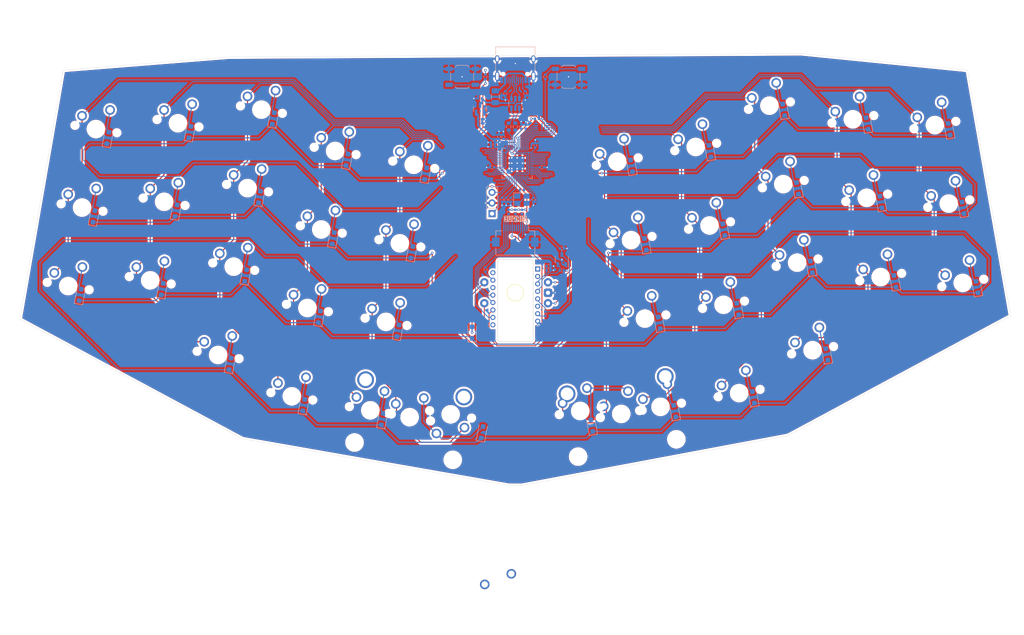
<source format=kicad_pcb>
(kicad_pcb (version 20240108) (generator "pcbnew") (generator_version "8.0")
  (layers (0 "F.Cu" signal) (31 "B.Cu" signal) (34 "B.Paste" user) (35 "F.Paste" user) (36 "B.SilkS" user "B.Silkscreen") (37 "F.SilkS" user "F.Silkscreen") (38 "B.Mask" user) (39 "F.Mask" user) (44 "Edge.Cuts" user))
  (net 0 "")
  (net 1 "ROW0")
  (net 2 "Net-(D1-A)")
  (net 3 "Net-(D2-A)")
  (net 4 "ROW1")
  (net 5 "Net-(D3-A)")
  (net 6 "ROW2")
  (net 7 "Net-(D4-A)")
  (net 8 "ROW3")
  (net 9 "Net-(D5-A)")
  (net 10 "COL0")
  (net 11 "Net-(D6-A)")
  (net 12 "COL1")
  (net 13 "Net-(D7-A)")
  (net 14 "COL2")
  (net 15 "COL3")
  (net 16 "Net-(D8-A)")
  (net 17 "COL4")
  (net 18 "Net-(D9-A)")
  (net 19 "COL5")
  (net 20 "Net-(D10-A)")
  (net 21 "Net-(D11-A)")
  (net 22 "COL6")
  (net 23 "Net-(D12-A)")
  (net 24 "COL7")
  (net 25 "Net-(D13-A)")
  (net 26 "COL8")
  (net 27 "Net-(D14-A)")
  (net 28 "COL9")
  (net 29 "Net-(D15-A)")
  (net 30 "COL10")
  (net 31 "Net-(D16-A)")
  (net 32 "Net-(D17-A)")
  (net 33 "rot_b")
  (net 34 "rot_a")
  (net 35 "Net-(D18-A)")
  (net 36 "GND")
  (net 37 "Net-(D19-A)")
  (net 38 "Net-(D20-A)")
  (net 39 "+3V3")
  (net 40 "Net-(D21-A)")
  (net 41 "XTAL_IN")
  (net 42 "/XTAL_O")
  (net 43 "Net-(D22-A)")
  (net 44 "+1V1")
  (net 45 "Net-(D23-A)")
  (net 46 "+5V")
  (net 47 "Net-(D24-A)")
  (net 48 "Net-(D25-A)")
  (net 49 "VBUS")
  (net 50 "/QSPI_SD1")
  (net 51 "Net-(D26-A)")
  (net 52 "Net-(D27-A)")
  (net 54 "Net-(D28-A)")
  (net 55 "/QSPI_SD2")
  (net 56 "/QSPI_SD0")
  (net 57 "Net-(D29-A)")
  (net 58 "/QSPI_SS")
  (net 59 "Net-(D30-A)")
  (net 60 "Net-(D31-A)")
  (net 61 "/QSPI_SD3")
  (net 62 "/QSPI_SCLK")
  (net 63 "Net-(D32-A)")
  (net 64 "D_USB_N")
  (net 65 "/CC2")
  (net 66 "/CC1")
  (net 68 "Net-(D35-A)")
  (net 70 "D_USB_P")
  (net 71 "Net-(D36-A)")
  (net 72 "/~{USB_BOOT}")
  (net 73 "Net-(D37-A)")
  (net 74 "~{RESET}")
  (net 75 "Net-(D38-A)")
  (net 76 "XTAL_OUT")
  (net 77 "Net-(D39-A)")
  (net 78 "Net-(D40-A)")
  (net 79 "/D_+")
  (net 80 "D_P")
  (net 81 "Net-(D41-A)")
  (net 82 "D_N")
  (net 83 "/D_-")
  (net 84 "SWD")
  (net 85 "SWCLK")
  (net 86 "/GPIO1")
  (net 87 "/GPIO28")
  (net 88 "/GPIO23")
  (net 89 "/GPIO25")
  (net 90 "/GPIO10")
  (net 91 "/GPIO19")
  (net 92 "/GPIO21")
  (net 93 "/GPIO16")
  (net 94 "/GPIO20")
  (net 95 "/GPIO3")
  (net 96 "/GPIO11")
  (net 97 "/GPIO13")
  (net 98 "/GPIO2")
  (net 99 "/GPIO6")
  (net 100 "/GPIO24")
  (net 101 "/GPIO9")
  (net 102 "/GPIO18")
  (net 103 "/GPIO14")
  (net 104 "/GPIO29")
  (net 105 "/GPIO15")
  (net 106 "/GPIO27")
  (net 107 "/GPIO26")
  (net 108 "/GPIO12")
  (net 109 "/GPIO0")
  (net 110 "/GPIO4")
  (net 111 "/GPIO17")
  (net 112 "/GPIO5")
  (net 113 "/GPIO7")
  (net 114 "/GPIO22")
  (net 115 "/GPIO8")
  (net 116 "Net-(U5-VDDPIX)")
  (net 117 "+2V")
  (net 120 "Net-(U5-NRESET)")
  (net 121 "Net-(U5-LED_P)")
  (net 122 "MISO")
  (net 123 "SDA")
  (net 124 "SCL")
  (net 127 "CS")
  (net 129 "SCK")
  (net 130 "MOSI")
  (footprint "PCM_marbastlib-mx:SW_MX_1u" (layer "F.Cu") (at 197.181435 72.824171 10)
    (property "Reference" "MX17" (hide yes))
    (property "Value" "MX_SW_solder")
  )
  (footprint "PCM_marbastlib-mx:SW_MX_1u" (layer "F.Cu") (at 218.092221 81.710554 10)
    (property "Reference" "MX28" (hide yes))
    (property "Value" "MX_SW_solder")
  )
  (footprint "PCM_marbastlib-mx:SW_MX_1u" (layer "F.Cu") (at 119.934401 95.846356 -10)
    (property "Reference" "MX25" (hide yes))
    (property "Value" "MX_SW_solder")
  )
  (footprint "PCM_marbastlib-mx:SW_MX_1u" (layer "F.Cu") (at 254.290197 67.590324 10)
    (property "Reference" "MX20" (hide yes))
    (property "Value" "MX_SW_solder")
  )
  (footprint "PCM_marbastlib-mx:SW_MX_1.25u" (layer "F.Cu") (at 204.24401 112.878025 10)
    (property "Reference" "MX35" (hide yes))
    (property "Value" "MX_SW_solder")
  )
  (footprint "PCM_marbastlib-mx:SW_MX_1u" (layer "F.Cu") (at 231.394612 47.447587 10)
    (property "Reference" "MX9" (hide yes))
    (property "Value" "MX_SW_solder")
  )
  (footprint "PCM_marbastlib-various:ROT_Alps_EC11E-Switch" (layer "F.Cu") (at 150.8125 88.9 90)
    (property "Reference" "SW2" (hide yes))
    (property "Value" "RotaryEncoder_Switch")
  )
  (footprint "PCM_marbastlib-mx:SW_MX_1u" (layer "F.Cu") (at 211.476226 44.189379 10)
    (property "Reference" "MX8" (hide yes))
    (property "Value" "MX_SW_solder")
  )
  (footprint "PCM_marbastlib-mx:SW_MX_1u" (layer "F.Cu") (at 101.173813 92.538358 -10)
    (property "Reference" "MX24" (hide yes))
    (property "Value" "MX_SW_solder")
  )
  (footprint "PCM_marbastlib-mx:SW_MX_1.5u" (layer "F.Cu") (at 166.300181 117.130659 10)
    (property "Reference" "MX39" (hide yes))
    (property "Value" "MX_SW_solder")
  )
  (footprint "PCM_marbastlib-mx:SW_MX_1u" (layer "F.Cu") (at 47.373048 68.543924 -10)
    (property "Reference" "MX11" (hide yes))
    (property "Value" "MX_SW_solder")
  )
  (footprint "PCM_marbastlib-mx:SW_MX_1u" (layer "F.Cu") (at 123.242399 77.085768 -10)
    (property "Reference" "MX15" (hide yes))
    (property "Value" "MX_SW_solder")
  )
  (footprint "PCM_marbastlib-mx:SW_MX_1u" (layer "F.Cu") (at 181.761925 95.080362 10)
    (property "Reference" "MX26" (hide yes))
    (property "Value" "MX_SW_solder")
  )
  (footprint "PCM_marbastlib-mx:SW_MX_1u" (layer "F.Cu") (at 147.32 161.13125)
    (property "Reference" "MX41" (hide yes))
    (property "Value" "MX_SW_solder")
  )
  (footprint "PCM_marbastlib-mx:SW_MX_1u" (layer "F.Cu") (at 234.70261 66.208175 10)
    (property "Reference" "MX19" (hide yes))
    (property "Value" "MX_SW_solder")
  )
  (footprint "PCM_marbastlib-mx:SW_MX_1.5u" (layer "F.Cu") (at 135.368475 117.951062 170)
    (property "Reference" "MX38" (hide yes))
    (property "Value" "MX_SW_solder")
  )
  (footprint "PCM_marbastlib-mx:SW_MX_1.25u" (layer "F.Cu") (at 116.194388 116.988138 -10)
    (property "Reference" "MX37" (hide yes))
    (property "Value" "MX_SW_solder")
  )
  (footprint "PCM_marbastlib-mx:SW_MX_1u" (layer "F.Cu") (at 175.145929 57.559187 10)
    (property "Reference" "MX6" (hide yes))
    (property "Value" "MX_SW_solder")
  )
  (footprint "PCM_marbastlib-mx:SW_MX_1u" (layer "F.Cu") (at 126.550396 58.325181 -10)
    (property "Reference" "MX5" (hide yes))
    (property "Value" "MX_SW_solder")
  )
  (footprint "PCM_marbastlib-mx:SW_MX_1u" (layer "F.Cu") (at 66.960635 67.161775 -10)
    (property "Reference" "MX12" (hide yes))
    (property "Value" "MX_SW_solder")
  )
  (footprint "PCM_marbastlib-mx:SW_MX_1u" (layer "F.Cu") (at 83.571025 82.664155 -10)
    (property "Reference" "MX23" (hide yes))
    (property "Value" "MX_SW_solder")
  )
  (footprint "PCM_marbastlib-mx:SW_MX_1u" (layer "F.Cu") (at 238.043688 85.156369 10)
    (property "Reference" "MX29" (hide yes))
    (property "Value" "MX_SW_solder")
  )
  (footprint "PCM_marbastlib-mx:SW_MX_1u" (layer "F.Cu") (at 104.481811 73.777771 -10)
    (property "Reference" "MX14" (hide yes))
    (property "Value" "MX_SW_solder")
  )
  (footprint "PCM_marbastlib-mx:STAB_MX_P_ISO" (layer "F.Cu") (at 176.099117 117.852088 -80)
    (property "Reference" "S2" (hide yes))
    (property "Value" "MX_stab")
  )
  (footprint "PCM_marbastlib-mx:SW_MX_1u" (layer "F.Cu") (at 70.268633 48.401187 -10)
    (property "Reference" "MX2" (hide yes))
    (property "Value" "MX_SW_solder")
  )
  (footprint "PCM_marbastlib-mx:SW_MX_1u" (layer "F.Cu") (at 90.18702 45.14298 -10)
    (property "Reference" "MX3" (hide yes))
    (property "Value" "MX_SW_solder")
  )
  (footprint "PCM_marbastlib-mx:SW_MX_1u" (layer "F.Cu") (at 257.631275 86.538518 10)
    (property "Reference" "MX30" (hide yes))
    (property "Value" "MX_SW_solder")
  )
  (footprint "PCM_marbastlib-mx:SW_MX_1u" (layer "F.Cu") (at 193.873437 54.063583 10)
    (property "Reference" "MX7" (hide yes))
    (property "Value" "MX_SW_solder")
  )
  (footprint "PCM_marbastlib-mx:SW_MX_1u" (layer "F.Cu") (at 63.652638 85.922363 -10)
    (property "Reference" "MX22" (hide yes))
    (property "Value" "MX_SW_solder")
  )
  (footprint "PCM_marbastlib-mx:SW_MX_1.25u" (layer "F.Cu") (at 221.780639 102.62861 10)
    (property "Reference" "MX36" (hide yes))
    (property "Value" "MX_SW_solder")
  )
  (footprint "PCM_marbastlib-mx:SW_MX_1u" (layer "F.Cu") (at 176.099117 117.852088 10)
    (property "Reference" "MX34" (hide yes))
    (property "Value" "MX_SW_solder")
  )
  (footprint "PCM_marbastlib-mx:SW_MX_1.25u" (layer "F.Cu") (at 79.849527 103.769816 -10)
    (property "Reference" "MX31" (hide yes))
    (property "Value" "MX_SW_solder")
  )
  (footprint "PCM_marbastlib-mx:SW_MX_1u" (layer "F.Cu") (at 44.06505 87.304512 -10)
    (property "Reference" "MX21" (hide yes))
    (property "Value" "MX_SW_solder")
  )
  (footprint "PCM_marbastlib-mx:SW_MX_1u" (layer "F.Cu") (at 250.9822 48.829737 10)
    (property "Reference" "MX10" (hide yes))
    (property "Value" "MX_SW_solder")
  )
  (footprint "PCM_marbastlib-mx:SW_MX_1u" (layer "F.Cu") (at 125.583036 118.620357 -10)
    (property "Reference" "MX33" (hide yes))
    (property "Value" "MX_SW_solder")
  )
  (footprint "PCM_marbastlib-mx:SW_MX_1u" (layer "F.Cu") (at 107.789809 55.017183 -10)
    (property "Reference" "MX4" (hide yes))
    (property "Value" "MX_SW_solder")
  )
  (footprint "PCM_marbastlib-mx:SW_MX_1.25u" (layer "F.Cu") (at 97.452316 113.64402 -10)
    (property "Reference" "MX32" (hide yes))
    (property "Value" "MX_SW_solder")
  )
  (footprint "PCM_marbastlib-mx:STAB_MX_P_ISO" (layer "F.Cu") (at 125.583036 118.620357 -100)
    (property "Reference" "S1" (hide yes))
    (property "Value" "MX_stab")
  )
  (footprint "PCM_marbastlib-mx:SW_MX_1u" (layer "F.Cu") (at 86.879022 63.903567 -10)
    (property "Reference" "MX13" (hide yes))
    (property "Value" "MX_SW_solder")
  )
  (footprint "PCM_marbastlib-mx:SW_MX_1.25u" (layer "F.Cu") (at 185.474268 116.167735 10)
    (property "Reference" "MX40" (hide yes))
    (property "Value" "MX_SW_solder")
  )
  (footprint "PCM_marbastlib-mx:SW_MX_1u" (layer "F.Cu") (at 178.453927 76.319774 10)
    (property "Reference" "MX16" (hide yes))
    (property "Value" "MX_SW_solder")
  )
  (footprint "PCM_marbastlib-mx:SW_MX_1u" (layer "F.Cu") (at 50.681046 49.783337 -10)
    (property "Reference" "MX1" (hide yes))
    (property "Value" "MX_SW_solder")
  )
  (footprint "PCM_marbastlib-mx:SW_MX_1u" (layer "F.Cu") (at 214.784223 62.949966 10)
    (property "Reference" "MX18" (hide yes))
    (property "Value" "MX_SW_solder")
  )
  (footprint "PCM_marbastlib-mx:SW_MX_1u" (layer "F.Cu") (at 200.522513 91.772364 10)
    (property "Reference" "MX27" (hide yes))
    (property "Value" "MX_SW_solder")
  )
  (footprint "Diode_SMD:D_SOD-123F" (layer "B.Cu") (at 221.494652 82.722603 100)
    (property "Reference" "D28" (hide yes))
    (property "Value" "D_Small")
  )
  (footprint "Diode_SMD:D_SOD-123F" (layer "B.Cu") (at 207.646441 113.890074 100)
    (property "Reference" "D35" (hide yes))
    (property "Value" "D_Small")
  )
  (footprint "Capacitor_SMD:C_0402_1005Metric" (layer "B.Cu") (at 155.575 53.66125 90)
    (property "Reference" "C15" (hide yes))
    (property "Value" "100nF")
  )
  (footprint "Diode_SMD:D_SOD-123F" (layer "B.Cu") (at 181.856358 77.331823 100)
    (property "Reference" "D16" (hide yes))
    (property "Value" "D_Small")
  )
  (footprint "Diode_SMD:D_SOD-123F" (layer "B.Cu") (at 100.303414 115.758735 80)
    (property "Reference" "D32" (hide yes))
    (property "Value" "D_Small")
  )
  (footprint "Resistor_SMD:R_0603_1608Metric" (layer "B.Cu") (at 150.8125 49.2125 -90)
    (property "Reference" "R7" (hide yes))
    (property "Value" "27R")
  )
  (footprint "Diode_SMD:D_SOD-123F" (layer "B.Cu") (at 188.876699 117.179784 100)
    (property "Reference" "D40" (hide yes))
    (property "Value" "D_Small")
  )
  (footprint "Diode_SMD:D_SOD-123F" (layer "B.Cu") (at 203.924944 92.784413 100)
    (property "Reference" "D27" (hide yes))
    (property "Value" "D_Small")
  )
  (footprint "Diode_SMD:D_SOD-123F" (layer "B.Cu") (at 122.785499 97.961071 80)
    (property "Reference" "D25" (hide yes))
    (property "Value" "D_Small")
  )
  (footprint "Resistor_SMD:R_0603_1608Metric" (layer "B.Cu") (at 149.225 49.2125 -90)
    (property "Reference" "R8" (hide yes))
    (property "Value" "27R")
  )
  (footprint "Diode_SMD:D_SOD-123F" (layer "B.Cu") (at 73.119731 50.515902 80)
    (property "Reference" "D2" (hide yes))
    (property "Value" "D_Small")
  )
  (footprint "Diode_SMD:D_SOD-123F" (layer "B.Cu") (at 110.640907 57.131898 80)
    (property "Reference" "D4" (hide yes))
    (property "Value" "D_Small")
  )
  (footprint "Diode_SMD:D_SOD-123F" (layer "B.Cu") (at 50.224146 70.658639 80)
    (property "Reference" "D11" (hide yes))
    (property "Value" "D_Small")
  )
  (footprint "Capacitor_SMD:C_0402_1005Metric" (layer "B.Cu") (at 147.968732 51.636199 90)
    (property "Reference" "C4" (hide yes))
    (property "Value" "1uF")
  )
  (footprint "Diode_SMD:D_SOD-123F" (layer "B.Cu") (at 140.49375 98.425 90)
    (property "Reference" "D41" (hide yes))
    (property "Value" "D_Small")
  )
  (footprint "Diode_SMD:D_SOD-123F" (layer "B.Cu") (at 82.700625 105.884531 80)
    (property "Reference" "D31" (hide yes))
    (property "Value" "D_Small")
  )
  (footprint "W25Q16JVUXIQ:SON50P300X200X60-9N" (layer "B.Cu") (at 157.1625 49.2125 180)
    (property "Reference" "IC1" (hide yes))
    (property "Value" "W25Q16JVUXIQ")
  )
  (footprint "Diode_SMD:D_SOD-123F" (layer "B.Cu") (at 254.384631 49.841786 100)
    (property "Reference" "D10" (hide yes))
    (property "Value" "D_Small")
  )
  (footprint "Diode_SMD:D_SOD-123F" (layer "B.Cu") (at 214.878657 45.201428 100)
    (property "Reference" "D8" (hide yes))
    (property "Value" "D_Small")
  )
  (footprint "Connector_USB:USB_C_Receptacle_HRO_TYPE-C-31-M-12" (layer "B.Cu") (at 150.8125 34.055)
    (property "Reference" "J1" (hide yes))
    (property "Value" "USB_C_Receptacle_USB2.0")
  )
  (footprint "Diode_SMD:D_SOD-123F" (layer "B.Cu") (at 169.06875 120.65 100)
    (property "Reference" "D39" (hide yes))
    (property "Value" "D_Small")
  )
  (footprint "Fuse:Fuse_1206_3216Metric" (layer "B.Cu") (at 146.05 42.06875 -90)
    (property "Reference" "F1" (hide yes))
    (property "Value" "500mA")
  )
  (footprint "Diode_SMD:D_SOD-123F" (layer "B.Cu") (at 178.54836 58.571236 100)
    (property "Reference" "D6" (hide yes))
    (property "Value" "D_Small")
  )
  (footprint "Capacitor_SMD:C_0402_1005Metric" (layer "B.Cu") (at 142.395 42.4625)
    (property "Reference" "C16" (hide yes))
    (property "Value" "1uF")
  )
  (footprint "Resistor_SMD:R_0402_1005Metric" (layer "B.Cu") (at 143.66875 83.34375 90)
    (property "Reference" "R10" (hide yes))
    (property "Value" "39")
  )
  (footprint "Diode_SMD:D_SOD-123F" (layer "B.Cu") (at 218.186654 63.962015 100)
    (property "Reference" "D18" (hide yes))
    (property "Value" "D_Small")
  )
  (footprint "Diode_SMD:D_SOD-123F" (layer "B.Cu") (at 126.093497 79.200483 80)
    (property "Reference" "D15" (hide yes))
    (property "Value" "D_Small")
  )
  (footprint "Ariamelon-Package:SOT-23-3" (layer "B.Cu") (at 161.925 80.9625 90)
    (property "Reference" "U4" (hide yes))
    (property "Value" "XC6206P202MR" (hide yes))
  )
  (footprint "Capacitor_SMD:C_0402_1005Metric" (layer "B.Cu") (at 161.925248 78.331937 180)
    (property "Reference" "C20" (hide yes))
    (property "Value" "4u7")
  )
  (footprint "Sleep-lib:RP2040-QFN-56" (layer "B.Cu") (at 151.2425 57.94375 180)
    (property "Reference" "U3" (hide yes))
    (property "Value" "RP2040")
  )
  (footprint "Capacitor_SMD:C_0402_1005Metric" (layer "B.Cu") (at 145.263796 58.948805 180)
    (property "Reference" "C11" (hide yes))
    (property "Value" "100nF")
  )
  (footprint "Capacitor_SMD:C_0402_1005Metric" (layer "B.Cu") (at 158.75 83.54375 180)
    (property "Reference" "C19" (hide yes))
    (property "Value" "100n")
  )
  (footprint "Diode_SMD:D_SOD-123F" (layer "B.Cu") (at 225.18307 103.640659 100)
    (property "Reference" "D36" (hide yes))
    (property "Value" "D_Small")
  )
  (footprint "Diode_SMD:D_SOD-123F" (layer "B.Cu") (at 238.105041 67.220224 100)
    (property "Reference" "D19" (hide yes))
    (property "Value" "D_Small")
  )
  (footprint "Diode_SMD:D_SOD-123F" (layer "B.Cu") (at 142.875 122.2375 80)
    (property "Reference" "D38" (hide yes))
    (property "Value" "D_Small")
  )
  (footprint "Button_Switch_SMD:SW_SPST_TL3342" (layer "B.Cu") (at 163.5125 37.30625)
    (property "Reference" "SW1" (hide yes))
    (property "Value" "boot")
  )
  (footprint "Resistor_SMD:R_0402_1005Metric" (layer "B.Cu") (at 152.4 69.56625 -90)
    (property "Reference" "R12" (hide yes))
    (property "Value" "4k7")
  )
  (footprint "Capacitor_SMD:C_0402_1005Metric" (layer "B.Cu") (at 155.12791 66.675957 90)
    (property "Reference" "C2" (hide yes))
    (property "Value" "22pF")
  )
  (footprint "Capacitor_SMD:C_0402_1005Metric" (layer "B.Cu") (at 142.395 48.41875 180)
    (property "Reference" "C17" (hide yes))
    (property "Value" "1uF")
  )
  (footprint "Diode_SMD:D_SOD-123F" (layer "B.Cu") (at 197.275868 55.075632 100)
    (property "Reference" "D7" (hide yes))
    (property "Value" "D_Small")
  )
  (footprint "Capacitor_SMD:C_0402_1005Metric" (layer "B.Cu") (at 158.75 82.55)
    (property "Reference" "C18" (hide yes))
    (property "Value" "4u7")
  )
  (footprint "Diode_SMD:D_SOD-123F" (layer "B.Cu") (at 89.73012 66.018282 80)
    (property "Reference" "D13" (hide yes))
    (property "Value" "D_Small")
  )
  (footprint "Diode_SMD:D_SOD-123F" (layer "B.Cu") (at 200.583866 73.83622 100)
    (property "Reference" "D17" (hide yes))
    (property "Value" "D_Small")
  )
  (footprint "Capacitor_SMD:C_0402_1005Metric" (layer "B.Cu") (at 146.940809 51.646373 90)
    (property "Reference" "C8" (hide yes))
    (property "Value" "1uF")
  )
  (footprint "Diode_SMD:D_SOD-123F" (layer "B.Cu") (at 69.811733 69.27649 80)
    (property "Reference" "D12" (hide yes))
    (property "Value" "D_Small")
  )
  (footprint "Diode_SMD:D_SOD-123F" (layer "B.Cu") (at 53.532144 51.898052 80)
    (property "Reference" "D1" (hide yes))
    (property "Value" "D_Small")
  )
  (footprint "Package_TO_SOT_SMD:SOT-23-6" (layer "B.Cu") (at 150.8125 43.65625 90)
    (property "Reference" "U1" (hide yes))
    (property "Value" "USBLC6-2SC6")
  )
  (footprint "Resistor_SMD:R_0402_1005Metric" (layer "B.Cu") (at 150.8125 69.56625 -90)
    (property "Reference" "R13" (hide yes))
    (property "Value" "4k7")
  )
  (footprint "Capacitor_SMD:C_0402_1005Metric" (layer "B.Cu") (at 155.962331 47.306956)
    (property "Reference" "C1" (hide yes))
    (property "Value" "100n")
  )
  (footprint "Capacitor_SMD:C_0402_1005Metric" (layer "B.Cu") (at 145.474723 54.044548 180)
    (property "Reference" "C9" (hide yes))
    (property "Value" "100nF")
  )
  (footprint "Diode_SMD:D_SOD-123F" (layer "B.Cu") (at 86.422123 84.77887 80)
    (property "Reference" "D23" (hide yes))
    (property "Value" "D_Small")
  )
  (footprint "Resistor_SMD:R_0402_1005Metric" (layer "B.Cu") (at 148.43125 41.275 -90)
    (property "Reference" "R3" (hide yes))
    (property "Value" "5k1")
  )
  (footprint "Capacitor_SMD:C_0402_1005Metric" (layer "B.Cu") (at 157.170046 58.948805)
    (property "Reference" "C12" (hide yes))
    (property "Value" "100nF")
  )
  (footprint "Diode_SMD:D_SOD-123F" (layer "B.Cu") (at 241.446119 86.168418 100)
    (property "Reference" "D29" (hide yes))
    (property "Value" "D_Small")
  )
  (footprint "Resistor_SMD:R_0402_1005Metric" (layer "B.Cu") (at 157.95625 93.94625 90)
    (property "Reference" "R9" (hide yes))
    (property "Value" "10k")
  )
  (footprint "Capacitor_SMD:C_0402_1005Metric" (layer "B.Cu") (at 161.925 83.54375 180)
    (property "Reference" "C21" (hide yes))
    (property "Value" "4u7")
  )
  (footprint "Crystal:Crystal_SMD_3225-4Pin_3.2x2.5mm" (layer "B.Cu") (at 152.4 66.675)
    (property "Reference" "Y1" (hide yes))
    (property "Value" "12MHz")
  )
  (footprint "Button_Switch_SMD:SW_SPST_TL3342" (layer "B.Cu") (at 138.1125 37.30625 180)
    (property "Reference" "SWR1" (hide yes))
    (property "Value" "Reset")
  )
  (footprint "Capacitor_SMD:C_0402_1005Metric" (layer "B.Cu") (at 145.475013 52.993014 180)
    (property "Reference" "C14" (hide yes))
    (property "Value" "100nF")
  )
  (footprint "Diode_SMD:D_SOD-123F" (layer "B.Cu") (at 46.916148 89.419227 80)
    (property "Reference" "D21" (hide yes))
    (property "Value" "D_Small")
  )
  (footprint "Diode_SMD:D_SOD-123F" (layer "B.Cu") (at 107.332909 75.892486 80)
    (property "Reference" "D14" (hide yes))
    (property "Value" "D_Small")
  )
  (footprint "Resistor_SMD:R_0402_1005Metric" (layer "B.Cu") (at 143.66875 37.30625 -90)
    (property "Reference" "R5" (hide yes))
    (property "Value" "5.1k")
  )
  (footprint "Diode_SMD:D_SOD-123F" (layer "B.Cu") (at 66.503736 88.037078 80)
    (property "Reference" "D22" (hide yes))
    (property "Value" "D_Small")
  )
  (footprint "Resistor_SMD:R_0402_1005Metric" (layer "B.Cu") (at 153.19375 41.275 -90)
    (property "Reference" "R4" (hide yes))
    (property "Value" "5k1")
  )
  (footprint "Capacitor_SMD:C_0402_1005Metric" (layer "B.Cu") (at 149.682815 66.675 90)
    (property "Reference" "C3" (hide yes))
    (property "Value" "22pF")
  )
  (footprint "Diode_SMD:D_SOD-123F" (layer "B.Cu") (at 185.164356 96.092411 100)
    (property "Reference" "D26" (hide yes))
    (property "Value" "D_Small")
  )
  (footprint "Package_TO_SOT_SMD:SOT-23" (layer "B.Cu") (at 142.395 44.94375 90)
    (property "Reference" "U2" (hide yes))
    (property "Value" "XC6206PxxxMR-Regulator_Linear")
  )
  (footprint "Capacitor_SMD:C_0402_1005Metric" (layer "B.Cu") (at 148.609539 66.692358 -90)
    (property "Reference" "C10" (hide yes))
    (property "Value" "100nF")
  )
  (footprint "Ariamelon-Connector:VIK_Cirque_Horizontal" (layer "B.Cu") (at 150.8125 75.40625 180)
    (property "Reference" "J2" (hide yes))
    (property "Value" "VIK Cirque Connector")
  )
  (footprint "Diode_SMD:D_SOD-123F" (layer "B.Cu") (at 234.797043 48.459636 100)
    (property "Reference" "D9" (hide yes))
    (property "Value" "D_Small")
  )
  (footprint "Diode_SMD:D_SOD-123F" (layer "B.Cu") (at 104.024911 94.653073 80)
    (property "Reference" "D24" (hide yes))
    (property "Value" "D_Small")
  )
  (footprint "Capacitor_SMD:C_0402_1005Metric" (layer "B.Cu") (at 142.395 47.425)
    (property "Reference" "C7" (hide yes))
    (property "Value" "10uF")
  )
  (footprint "Diode_SMD:D_SOD-123F" (layer "B.Cu") (at 119.045486 119.102853 80)
    (property "Reference" "D37" (hide yes))
    (property "Value" "D_Small")
  )
  (footprint "Connector_PinHeader_2.54mm:PinHeader_1x03_P2.54mm_Vertical" (layer "B.Cu") (at 145.25625 69.99375)
    (property "Reference" "SWD1" (hide yes))
    (property "Value" "Conn_01x03_Female")
  )
  (footprint "Diode_SMD:D_SOD-123F" (layer "B.Cu") (at 129.401494 60.439896 80)
    (property "Reference" "D5" (hide yes))
    (property "Value" "D_Small")
  )
  (footprint "Capacitor_SMD:C_0402_1005Metric" (layer "B.Cu") (at 152.221837 49.210534 90)
    (property "Reference" "C13" (hide yes))
    (property "Value" "100nF")
  )
  (footprint "Resistor_SMD:R_0402_1005Metric" (layer "B.Cu") (at 149.225 69.56625 90)
    (property "Reference" "R11" (hide yes))
    (property "Value" "10k")
  )
  (footprint "Resistor_SMD:R_0402_1005Metric" (layer "B.Cu") (at 152.4 64.29375)
    (property "Reference" "R6" (hide yes))
    (property "Value" "1k")
  )
  (footprint "Diode_SMD:D_SOD-123F" (layer "B.Cu") (at 93.038118 47.257695 80)
    (property "Reference" "D3" (hide yes))
    (property "Value" "D_Small")
  )
  (footprint "Capacitor_SMD:C_0402_1005Metric" (layer "B.Cu") (at 147.62278 66.684935 -90)
    (property "Reference" "C6" (hide yes))
    (property "Value" "100nF")
  )
  (footprint "Diode_SMD:D_SOD-123F" (layer "B.Cu") (at 257.692628 68.602373 100)
    (property "Reference" "D20" (hide yes))
    (property "Value" "D_Small")
  )
  (footprint "Resistor_SMD:R_0402_1005Metric" (layer "B.Cu") (at 157.95625 37.30625 90)
    (property "Reference" "R2" (hide yes))
    (property "Value" "1k")
  )
  (footprint "Ariamelon-Package:PixArt_PMW3360DM-T2QU" (layer "B.Cu") (at 150.800243 88.884438 180)
    (property "Reference" "U5" (hide yes))
    (property "Value" "PMW3360DM-T2QU_1")
  )
  (footprint "Capacitor_SMD:C_0402_1005Metric" (layer "B.Cu") (at 153.29375 49.2125 90)
    (property "Reference" "C5" (hide yes))
    (property "Value" "100nF")
  )
  (footprint "Diode_SMD:D_SOD-123F" (layer "B.Cu") (at 261.033706 87.550567 100)
    (property "Reference" "D30" (hide yes))
    (property "Value" "D_Small")
  )
  (gr_line (start 258.7625 35.71875) (end 219.075 31.75) (stroke (width 0.05)) (layer "Edge.Cuts"))
  (gr_arc (start 146.562501 81.462503) (mid 146.708917 81.108919) (end 147.062499 80.9625) (stroke (width 0.1)) (layer "Edge.Cuts"))
  (gr_line (start 155.062501 81.4625) (end 155.062501 100.0625) (stroke (width 0.1)) (layer "Edge.Cuts"))
  (gr_line (start 269.08125 94.45625) (end 258.7625 35.71875) (stroke (width 0.05)) (layer "Edge.Cuts"))
  (gr_line (start 32.54375 95.25) (end 85.725 123.825) (stroke (width 0.05)) (layer "Edge.Cuts"))
  (gr_line (start 85.725 123.825) (end 149.225 134.9375) (stroke (width 0.05)) (layer "Edge.Cuts"))
  (gr_arc (start 154.562501 80.9625) (mid 154.916054 81.108947) (end 155.062501 81.4625) (stroke (width 0.1)) (layer "Edge.Cuts"))
  (gr_line (start 32.54375 95.25) (end 42.8625 35.71875) (stroke (width 0.05)) (layer "Edge.Cuts"))
  (gr_line (start 42.8625 35.71875) (end 82.55 32.54375) (stroke (width 0.05)) (layer "Edge.Cuts"))
  (gr_line (start 154.562501 80.9625) (end 147.062499 80.9625) (stroke (width 0.1)) (layer "Edge.Cuts"))
  (gr_arc (start 147.062501 100.562499) (mid 146.708947 100.416052) (end 146.5625 100.062498) (stroke (width 0.1)) (layer "Edge.Cuts"))
  (gr_line (start 269.08125 94.45625) (end 215.9 123.03125) (stroke (width 0.05)) (layer "Edge.Cuts"))
  (gr_line (start 152.4 134.9375) (end 149.225 134.9375) (stroke (width 0.05)) (layer "Edge.Cuts"))
  (gr_line (start 82.55 32.54375) (end 219.075 31.75) (stroke (width 0.05)) (layer "Edge.Cuts"))
  (gr_line (start 215.9 123.03125) (end 152.4 134.9375) (stroke (width 0.05)) (layer "Edge.Cuts"))
  (gr_arc (start 155.062501 100.0625) (mid 154.916025 100.416024) (end 154.5625 100.5625) (stroke (width 0.1)) (layer "Edge.Cuts"))
  (gr_line (start 147.062501 100.562499) (end 154.5625 100.5625) (stroke (width 0.1)) (layer "Edge.Cuts"))
  (gr_line (start 146.5625 81.4625) (end 146.5625 100.062498) (stroke (width 0.1)) (layer "Edge.Cuts"))
  (segment (start 133.35 60.325) (end 147.003279 46.671721) (width 0.25) (layer "F.Cu") (net 1))
  (segment (start 147.003279 46.671721) (end 155.789168 46.671721) (width 0.25) (layer "F.Cu") (net 1))
  (segment (start 155.789168 46.671721) (end 169.442447 60.325) (width 0.25) (layer "F.Cu") (net 1))
  (segment (start 169.442447 60.325) (end 171.45 60.325) (width 0.25) (layer "F.Cu") (net 1))
  (via (at 171.45 60.325) (size 0.6) (drill 0.3) (layers "F.Cu" "B.Cu") (net 1))
  (via (at 133.35 60.325) (size 0.6) (drill 0.3) (layers "F.Cu" "B.Cu") (net 1))
  (segment (start 194.023371 59.949967) (end 197.518975 56.454363) (width 0.25) (layer "B.Cu") (net 1))
  (segment (start 131.856373 61.818627) (end 133.35 60.325) (width 0.25) (layer "B.Cu") (net 1))
  (segment (start 53.289037 53.276783) (end 49.2125 53.276783) (width 0.2) (layer "B.Cu") (net 1))
  (segment (start 113.705798 61.818627) (end 129.158387 61.818627) (width 0.25) (layer "B.Cu") (net 1))
  (segment (start 178.791467 59.949967) (end 194.023371 59.949967) (width 0.25) (layer "B.Cu") (net 1))
  (segment (start 73.89569 57.86681) (end 98.602117 57.86681) (width 0.2) (layer "B.Cu") (net 1))
  (segment (start 178.791467 59.949967) (end 178.416434 60.325) (width 0.25) (layer "B.Cu") (net 1))
  (segment (start 98.602117 57.86681) (end 109.267653 68.532347) (width 0.2) (layer "B.Cu") (net 1))
  (segment (start 236.4223 51.220517) (end 254.627738 51.220517) (width 0.25) (layer "B.Cu") (net 1))
  (segment (start 197.518975 56.454363) (end 205.24756 56.454363) (width 0.25) (layer "B.Cu") (net 1))
  (segment (start 70.64375 61.11875) (end 73.89569 57.86681) (width 0.2) (layer "B.Cu") (net 1))
  (segment (start 49.2125 53.276783) (end 47.625 54.864283) (width 0.2) (layer "B.Cu") (net 1))
  (segment (start 71.494474 53.276783) (end 72.876624 51.894633) (width 0.25) (layer "B.Cu") (net 1))
  (segment (start 235.04015 49.838367) (end 236.4223 51.220517) (width 0.25) (layer "B.Cu") (net 1))
  (segment (start 110.3978 58.510629) (end 113.705798 61.818627) (width 0.25) (layer "B.Cu") (net 1))
  (segment (start 218.379972 49.838367) (end 235.04015 49.838367) (width 0.25) (layer "B.Cu") (net 1))
  (segment (start 215.121764 46.580159) (end 218.379972 49.838367) (width 0.25) (layer "B.Cu") (net 1))
  (segment (start 102.669214 58.510629) (end 110.3978 58.510629) (width 0.25) (layer "B.Cu") (net 1))
  (segment (start 51.59375 61.11875) (end 70.64375 61.11875) (width 0.2) (layer "B.Cu") (net 1))
  (segment (start 178.416434 60.325) (end 171.45 60.325) (width 0.25) (layer "B.Cu") (net 1))
  (segment (start 72.876624 51.894633) (end 89.536804 51.894633) (width 0.25) (layer "B.Cu") (net 1))
  (segment (start 47.625 57.15) (end 51.59375 61.11875) (width 0.2) (layer "B.Cu") (net 1))
  (segment (start 53.289037 53.276783) (end 71.494474 53.276783) (width 0.25) (layer "B.Cu") (net 1))
  (segment (start 127.79375 69.05625) (end 132.953125 63.896875) (width 0.2) (layer "B.Cu") (net 1))
  (segment (start 205.24756 56.454363) (end 215.121764 46.580159) (width 0.25) (layer "B.Cu") (net 1))
  (segment (start 109.791556 69.05625) (end 127.79375 69.05625) (width 0.2) (layer "B.Cu") (net 1))
  (segment (start 47.625 54.864283) (end 47.625 57.15) (width 0.2) (layer "B.Cu") (net 1))
  (segment (start 109.267653 68.532347) (end 109.791556 69.05625) (width 0.2) (layer "B.Cu") (net 1))
  (segment (start 92.795011 48.636426) (end 102.669214 58.510629) (width 0.25) (layer "B.Cu") (net 1))
  (segment (start 89.536804 51.894633) (end 92.795011 48.636426) (width 0.25) (layer "B.Cu") (net 1))
  (segment (start 129.158387 61.818627) (end 131.856373 61.818627) (width 0.25) (layer "B.Cu") (net 1))
  (segment (start 54.06459 45.22158) (end 53.260164 49.783701) (width 0.25) (layer "B.Cu") (net 2))
  (segment (start 53.260164 49.783701) (end 53.775251 50.519321) (width 0.25) (layer "B.Cu") (net 2))
  (segment (start 72.847751 48.40155) (end 73.362838 49.137171) (width 0.25) (layer "B.Cu") (net 3))
  (segment (start 73.652177 43.83943) (end 72.847751 48.40155) (width 0.25) (layer "B.Cu") (net 3))
  (segment (start 173.0375 89.69375) (end 173.0375 79.375) (width 0.25) (layer "F.Cu") (net 4))
  (segment (start 136.328142 97.034358) (end 130.96875 91.674966) (width 0.25) (layer "F.Cu") (net 4))
  (segment (start 159.54375 103.1875) (end 161.925 100.80625) (width 0.25) (layer "F.Cu") (net 4))
  (segment (start 130.96875 79.375) (end 130.96875 91.28125) (width 0.25) (layer "F.Cu") (net 4))
  (segment (start 167.48125 95.25) (end 173.0375 89.69375) (width 0.25) (layer "F.Cu") (net 4))
  (segment (start 139.900017 100.606233) (end 140.49375 101.199966) (width 0.25) (layer "F.Cu") (net 4))
  (segment (start 136.328142 97.034358) (end 139.900017 100.606233) (width 0.25) (layer "F.Cu") (net 4))
  (segment (start 161.925 100.80625) (end 167.48125 95.25) (width 0.25) (layer "F.Cu") (net 4))
  (segment (start 130.96875 91.674966) (end 130.96875 91.28125) (width 0.25) (layer "F.Cu") (net 4))
  (segment (start 142.481284 103.1875) (end 159.54375 103.1875) (width 0.25) (layer "F.Cu") (net 4))
  (segment (start 139.900017 100.606233) (end 142.481284 103.1875) (width 0.25) (layer "F.Cu") (net 4))
  (via (at 130.96875 79.375) (size 0.6) (drill 0.3) (layers "F.Cu" "B.Cu") (net 4))
  (via (at 173.0375 79.375) (size 0.6) (drill 0.3) (layers "F.Cu" "B.Cu") (net 4))
  (segment (start 172.267781 65.905281) (end 203.709946 65.905281) (width 0.2) (layer "B.Cu") (net 4))
  (segment (start 125.85039 80.579214) (end 129.764536 80.579214) (width 0.25) (layer "B.Cu") (net 4))
  (segment (start 110.741714 80.579214) (end 125.85039 80.579214) (width 0.25) (layer "B.Cu") (net 4))
  (segment (start 107.089802 77.271217) (end 107.433717 77.271217) (width 0.25) (layer "B.Cu") (net 4))
  (segment (start 239.730297 69.981104) (end 257.935735 69.981104) (width 0.25) (layer "B.Cu") (net 4))
  (segment (start 49.981039 72.03737) (end 68.186477 72.03737) (width 0.25) (layer "B.Cu") (net 4))
  (segment (start 208.555556 75.214951) (end 218.429761 65.340746) (width 0.25) (layer "B.Cu") (net 4))
  (segment (start 182.099465 78.710554) (end 181.435019 79.375) (width 0.25) (layer "B.Cu") (net 4))
  (segment (start 181.435019 79.375) (end 173.0375 79.375) (width 0.25) (layer "B.Cu") (net 4))
  (segment (start 238.348148 68.598955) (end 239.730297 69.981104) (width 0.25) (layer "B.Cu") (net 4))
  (segment (start 221.68797 68.598955) (end 238.348148 68.598955) (width 0.25) (layer "B.Cu") (net 4))
  (segment (start 68.186477 72.03737) (end 69.568626 70.655221) (width 0.25) (layer "B.Cu") (net 4))
  (segment (start 218.429761 65.340746) (end 221.68797 68.598955) (width 0.25) (layer "B.Cu") (net 4))
  (segment (start 182.099465 78.710554) (end 197.33137 78.710554) (width 0.25) (layer "B.Cu") (net 4))
  (segment (start 86.228805 70.655221) (end 89.487013 67.397013) (width 0.25) (layer "B.Cu") (net 4))
  (segment (start 99.361217 77.271217) (end 107.089802 77.271217) (width 0.25) (layer "B.Cu") (net 4))
  (segment (start 213.584151 56.031076) (end 233.279291 56.031076) (width 0.2) (layer "B.Cu") (net 4))
  (segment (start 236.5375 59.289285) (end 256.933035 59.289285) (width 0.2) (layer "B.Cu") (net 4))
  (segment (start 107.433717 77.271217) (end 110.741714 80.579214) (width 0.25) (layer "B.Cu") (net 4))
  (segment (start 89.487013 67.397013) (end 99.361217 77.271217) (width 0.25) (layer "B.Cu") (net 4))
  (segment (start 260.54302 67.373819) (end 257.935735 69.981104) (width 0.2) (layer "B.Cu") (net 4))
  (segment (start 260.54302 62.89927) (end 260.54302 67.373819) (width 0.2) (layer "B.Cu") (net 4))
  (segment (start 129.764536 80.579214) (end 130.96875 79.375) (width 0.25) (layer "B.Cu") (net 4))
  (segment (start 256.933035 59.289285) (end 260.54302 62.89927) (width 0.2) (layer "B.Cu") (net 4))
  (segment (start 69.568626 70.655221) (end 86.228805 70.655221) (width 0.25) (layer "B.Cu") (net 4))
  (segment (start 200.826973 75.214951) (end 208.555556 75.214951) (width 0.25) (layer "B.Cu") (net 4))
  (segment (start 203.709946 65.905281) (end 213.584151 56.031076) (width 0.2) (layer "B.Cu") (net 4))
  (segment (start 197.33137 78.710554) (end 200.826973 75.214951) (width 0.25) (layer "B.Cu") (net 4))
  (segment (start 233.279291 56.031076) (end 236.5375 59.289285) (width 0.2) (layer "B.Cu") (net 4))
  (segment (start 92.766138 45.143343) (end 93.281225 45.878964) (width 0.25) (layer "B.Cu") (net 5))
  (segment (start 93.570564 40.581223) (end 92.766138 45.143343) (width 0.25) (layer "B.Cu") (net 5))
  (segment (start 200.860053 97.471142) (end 204.168051 94.163144) (width 0.25) (layer "B.Cu") (net 6))
  (segment (start 66.260629 89.415809) (end 82.920808 89.415809) (width 0.25) (layer "B.Cu") (net 6))
  (segment (start 185.407463 97.471142) (end 200.860053 97.471142) (width 0.25) (layer "B.Cu") (net 6))
  (segment (start 220.6625 74.6125) (end 217.071313 74.6125) (width 0.2) (layer "B.Cu") (net 6))
  (segment (start 243.071375 88.929298) (end 261.276813 88.929298) (width 0.25) (layer "B.Cu") (net 6))
  (segment (start 204.168051 94.163144) (end 211.675949 94.163144) (width 0.25) (layer "B.Cu") (net 6))
  (segment (start 168.275 76.99375) (end 168.275 71.4375) (width 0.2) (layer "B.Cu") (net 6))
  (segment (start 170.65625 79.375) (end 168.275 76.99375) (width 0.2) (layer "B.Cu") (net 6))
  (segment (start 221.737759 84.101334) (end 225.183574 87.547149) (width 0.25) (layer "B.Cu") (net 6))
  (segment (start 260.35 76.99375) (end 257.96875 74.6125) (width 0.2) (layer "B.Cu") (net 6))
  (segment (start 140.49375 99.825) (end 141.85625 101.1875) (width 0.25) (layer "B.Cu") (net 6))
  (segment (start 122.542392 99.339802) (end 140.008552 99.339802) (width 0.25) (layer "B.Cu") (net 6))
  (segment (start 46.673041 90.797958) (end 64.87848 90.797958) (width 0.25) (layer "B.Cu") (net 6))
  (segment (start 257.96875 74.6125) (end 220.6625 74.6125) (width 0.2) (layer "B.Cu") (net 6))
  (segment (start 82.920808 89.415809) (end 86.179016 86.157601) (width 0.25) (layer "B.Cu") (net 6))
  (segment (start 263.884098 80.527848) (end 260.35 76.99375) (width 0.2) (layer "B.Cu") (net 6))
  (segment (start 211.675949 94.163144) (end 221.737759 84.101334) (width 0.25) (layer "B.Cu") (net 6))
  (segment (start 206.830339 84.853474) (end 201.6125 84.853474) (width 0.2) (layer "B.Cu") (net 6))
  (segment (start 201.6125 84.853474) (end 176.134724 84.853474) (width 0.2) (layer "B.Cu") (net 6))
  (segment (start 141.85625 101.1875) (end 181.691105 101.1875) (width 0.25) (layer "B.Cu") (net 6))
  (segment (start 176.134724 84.853474) (end 170.65625 79.375) (width 0.2) (layer "B.Cu") (net 6))
  (segment (start 225.183574 87.547149) (end 241.689226 87.547149) (width 0.25) (layer "B.Cu") (net 6))
  (segment (start 217.071313 74.6125) (end 206.830339 84.853474) (width 0.2) (layer "B.Cu") (net 6))
  (segment (start 140.008552 99.339802) (end 140.49375 99.825) (width 0.25) (layer "B.Cu") (net 6))
  (segment (start 96.053219 96.031804) (end 103.781804 96.031804) (width 0.25) (layer "B.Cu") (net 6))
  (segment (start 64.87848 90.797958) (end 66.260629 89.415809) (width 0.25) (layer "B.Cu") (net 6))
  (segment (start 107.089802 99.339802) (end 122.542392 99.339802) (width 0.25) (layer "B.Cu") (net 6))
  (segment (start 263.884098 86.322013) (end 263.884098 80.527848) (width 0.2) (layer "B.Cu") (net 6))
  (segment (start 241.689226 87.547149) (end 243.071375 88.929298) (width 0.25) (layer "B.Cu") (net 6))
  (segment (start 103.781804 96.031804) (end 107.089802 99.339802) (width 0.25) (layer "B.Cu") (net 6))
  (segment (start 261.276813 88.929298) (end 263.884098 86.322013) (width 0.2) (layer "B.Cu") (net 6))
  (segment (start 181.691105 101.1875) (end 185.407463 97.471142) (width 0.25) (layer "B.Cu") (net 6))
  (segment (start 86.179016 86.157601) (end 96.053219 96.031804) (width 0.25) (layer "B.Cu") (net 6))
  (segment (start 110.368927 55.017546) (end 110.884014 55.753167) (width 0.25) (layer "B.Cu") (net 7))
  (segment (start 111.173353 50.455426) (end 110.368927 55.017546) (width 0.25) (layer "B.Cu") (net 7))
  (segment (start 103.404425 120.481584) (end 118.802379 120.481584) (width 0.25) (layer "B.Cu") (net 8))
  (segment (start 100.060307 117.137466) (end 103.404425 120.481584) (width 0.25) (layer "B.Cu") (net 8))
  (segment (start 37.30625 88.347275) (end 56.222237 107.263262) (width 0.2) (layer "B.Cu") (net 8))
  (segment (start 56.222237 107.263262) (end 82.457518 107.263262) (width 0.2) (layer "B.Cu") (net 8))
  (segment (start 129.38125 87.3125) (end 105.979222 87.3125) (width 0.2) (layer "B.Cu") (net 8))
  (segment (start 42.8625 76.2) (end 37.30625 81.75625) (width 0.2) (layer "B.Cu") (net 8))
  (segment (start 142.631893 123.616231) (end 167.724357 123.616231) (width 0.25) (layer "B.Cu") (net 8))
  (segment (start 118.802379 120.481584) (end 122.939545 124.61875) (width 0.25) (layer "B.Cu") (net 8))
  (segment (start 136.525 80.16875) (end 129.38125 87.3125) (width 0.2) (layer "B.Cu") (net 8))
  (segment (start 141.629374 124.61875) (end 142.631893 123.616231) (width 0.25) (layer "B.Cu") (net 8))
  (segment (start 207.889548 115.268805) (end 204.599838 118.558515) (width 0.25) (layer "B.Cu") (net 8))
  (segment (start 92.331722 117.137466) (end 100.060307 117.137466) (width 0.25) (layer "B.Cu") (net 8))
  (segment (start 167.724357 123.616231) (end 169.311857 122.028731) (width 0.25) (layer "B.Cu") (net 8))
  (segment (start 189.119806 118.558515) (end 185.64959 122.028731) (width 0.25) (layer "B.Cu") (net 8))
  (segment (start 37.30625 81.75625) (end 37.30625 88.347275) (width 0.2) (layer "B.Cu") (net 8))
  (segment (start 122.939545 124.61875) (end 141.629374 124.61875) (width 0.25) (layer "B.Cu") (net 8))
  (segment (start 185.64959 122.028731) (end 169.311857 122.028731) (width 0.25) (layer "B.Cu") (net 8))
  (segment (start 215.176762 115.268805) (end 207.889548 115.268805) (width 0.25) (layer "B.Cu") (net 8))
  (segment (start 91.106887 80.16875) (end 87.138137 76.2) (width 0.2) (layer "B.Cu") (net 8))
  (segment (start 105.979222 87.3125) (end 98.835472 80.16875) (width 0.2) (layer "B.Cu") (net 8))
  (segment (start 98.835472 80.16875) (end 91.106887 80.16875) (width 0.2) (layer "B.Cu") (net 8))
  (segment (start 225.426177 105.01939) (end 215.176762 115.268805) (width 0.25) (layer "B.Cu") (net 8))
  (segment (start 87.138137 76.2) (end 42.8625 76.2) (width 0.2) (layer "B.Cu") (net 8))
  (segment (start 204.599838 118.558515) (end 189.119806 118.558515) (width 0.25) (layer "B.Cu") (net 8))
  (segment (start 82.457518 107.263262) (end 92.331722 117.137466) (width 0.25) (layer "B.Cu") (net 8))
  (segment (start 129.93394 53.763424) (end 129.129514 58.325545) (width 0.25) (layer "B.Cu") (net 9))
  (segment (start 129.129514 58.325545) (end 129.644601 59.061165) (width 0.25) (layer "B.Cu") (net 9))
  (segment (start 44.061997 65.380913) (end 44.061997 80.833503) (width 0.25) (layer "F.Cu") (net 10))
  (segment (start 44.061997 80.833503) (end 40.753999 84.141501) (width 0.25) (layer "F.Cu") (net 10))
  (segment (start 47.369995 62.072915) (end 44.061997 65.380913) (width 0.25) (layer "F.Cu") (net 10))
  (segment (start 47.369995 46.620326) (end 47.369995 62.072915) (width 0.25) (layer "F.Cu") (net 10))
  (segment (start 105.411396 45.401104) (end 107.640718 47.630426) (width 0.2) (layer "B.Cu") (net 10))
  (segment (start 122.2375 47.630426) (end 123.90744 47.630426) (width 0.2) (layer "B.Cu") (net 10))
  (segment (start 55.996571 37.99375) (end 73.938404 37.99375) (width 0.2) (layer "B.Cu") (net 10))
  (segment (start 73.938404 37.99375) (end 98.004042 37.99375) (width 0.2) (layer "B.Cu") (net 10))
  (segment (start 107.640718 47.630426) (end 109.5375 47.630426) (width 0.2) (layer "B.Cu") (net 10))
  (segment (start 109.5375 47.630426) (end 122.2375 47.630426) (width 0.2) (layer "B.Cu") (net 10))
  (segment (start 98.267646 38.257354) (end 105.411396 45.401104) (width 0.2) (layer "B.Cu") (net 10))
  (segment (start 125.847882 49.570868) (end 126.765438 50.488424) (width 0.2) (layer "B.Cu") (net 10))
  (segment (start 98.004042 37.99375) (end 98.267646 38.257354) (width 0.2) (layer "B.Cu") (net 10))
  (segment (start 126.765438 50.488424) (end 129.38125 50.488424) (width 0.2) (layer "B.Cu") (net 10))
  (segment (start 123.90744 47.630426) (end 125.847882 49.570868) (width 0.2) (layer "B.Cu") (net 10))
  (segment (start 47.369995 46.620326) (end 55.996571 37.99375) (width 0.2) (layer "B.Cu") (net 10))
  (segment (start 177.569632 56.677418) (end 178.305253 57.192505) (width 0.25) (layer "B.Cu") (net 11))
  (segment (start 176.765208 52.115297) (end 177.569632 56.677418) (width 0.25) (layer "B.Cu") (net 11))
  (segment (start 63.649584 63.998764) (end 63.649584 79.451355) (width 0.25) (layer "F.Cu") (net 12))
  (segment (start 60.341587 82.759352) (end 60.341587 85.961443) (width 0.25) (layer "F.Cu") (net 12))
  (segment (start 66.957582 60.690766) (end 63.649584 63.998764) (width 0.25) (layer "F.Cu") (net 12))
  (segment (start 60.341587 85.961443) (end 74.986949 100.606805) (width 0.25) (layer "F.Cu") (net 12))
  (segment (start 63.649584 79.451355) (end 60.341587 82.759352) (width 0.25) (layer "F.Cu") (net 12))
  (segment (start 74.986949 100.606805) (end 76.538476 100.606805) (width 0.25) (layer "F.Cu") (net 12))
  (segment (start 66.957582 45.238176) (end 66.957582 60.690766) (width 0.25) (layer "F.Cu") (net 12))
  (segment (start 130.175 50.938424) (end 126.579042 50.938424) (width 0.2) (layer "B.Cu") (net 12))
  (segment (start 123.721044 48.080426) (end 107.454322 48.080426) (width 0.2) (layer "B.Cu") (net 12))
  (segment (start 97.817646 38.44375) (end 73.752008 38.44375) (width 0.2) (layer "B.Cu") (net 12))
  (segment (start 107.454322 48.080426) (end 97.817646 38.44375) (width 0.2) (layer "B.Cu") (net 12))
  (segment (start 73.752008 38.44375) (end 66.957582 45.238176) (width 0.2) (layer "B.Cu") (net 12))
  (segment (start 126.579042 50.938424) (end 123.721044 48.080426) (width 0.2) (layer "B.Cu") (net 12))
  (segment (start 195.492716 48.619693) (end 196.29714 53.181813) (width 0.25) (layer "B.Cu") (net 13))
  (segment (start 196.29714 53.181813) (end 197.032761 53.696901) (width 0.25) (layer "B.Cu") (net 13))
  (segment (start 83.567971 60.740556) (end 83.567971 76.193147) (width 0.25) (layer "F.Cu") (net 14))
  (segment (start 83.567971 76.193147) (end 80.259974 79.501144) (width 0.25) (layer "F.Cu") (net 14))
  (segment (start 86.875969 41.979969) (end 86.875969 57.432558) (width 0.25) (layer "F.Cu") (net 14))
  (segment (start 80.259974 79.501144) (end 80.259974 94.148996) (width 0.25) (layer "F.Cu") (net 14))
  (segment (start 80.259974 94.148996) (end 94.141265 108.030287) (width 0.25) (layer "F.Cu") (net 14))
  (segment (start 86.875969 57.432558) (end 83.567971 60.740556) (width 0.25) (layer "F.Cu") (net 14))
  (segment (start 94.141265 108.030287) (end 94.141265 110.481009) (width 0.25) (layer "F.Cu") (net 14))
  (segment (start 123.534648 48.530426) (end 123.798252 48.79403) (width 0.2) (layer "B.Cu") (net 14))
  (segment (start 86.875969 41.979969) (end 89.962188 38.89375) (width 0.2) (layer "B.Cu") (net 14))
  (segment (start 126.392646 51.388424) (end 130.96875 51.388424) (width 0.2) (layer "B.Cu") (net 14))
  (segment (start 107.267926 48.530426) (end 111.125 48.530426) (width 0.2) (layer "B.Cu") (net 14))
  (segment (start 107.15625 48.41875) (end 107.267926 48.530426) (width 0.2) (layer "B.Cu") (net 14))
  (segment (start 97.63125 38.89375) (end 107.15625 48.41875) (width 0.2) (layer "B.Cu") (net 14))
  (segment (start 123.798252 48.79403) (end 126.392646 51.388424) (width 0.2) (layer "B.Cu") (net 14))
  (segment (start 89.962188 38.89375) (end 93.6625 38.89375) (width 0.2) (layer "B.Cu") (net 14))
  (segment (start 111.125 48.530426) (end 123.534648 48.530426) (width 0.2) (layer "B.Cu") (net 14))
  (segment (start 93.6625 38.89375) (end 97.63125 38.89375) (width 0.2) (layer "B.Cu") (net 14))
  (segment (start 101.17076 70.61476) (end 101.17076 86.067349) (width 0.25) (layer "F.Cu") (net 15))
  (segment (start 104.478758 51.854172) (end 104.478758 67.306762) (width 0.25) (layer "F.Cu") (net 15))
  (segment (start 104.478758 67.306762) (end 101.17076 70.61476) (width 0.25) (layer "F.Cu") (net 15))
  (segment (start 97.862762 98.804552) (end 112.883337 113.825127) (width 0.25) (layer "F.Cu") (net 15))
  (segment (start 101.17076 86.067349) (end 97.862762 89.375347) (width 0.25) (layer "F.Cu") (net 15))
  (segment (start 97.862762 89.375347) (end 97.862762 98.804552) (width 0.25) (layer "F.Cu") (net 15))
  (segment (start 126.20625 51.838424) (end 131.7625 51.838424) (width 0.2) (layer "B.Cu") (net 15))
  (segment (start 123.348252 48.980426) (end 126.20625 51.838424) (width 0.2) (layer "B.Cu") (net 15))
  (segment (start 104.478758 51.854172) (end 107.352504 48.980426) (width 0.2) (layer "B.Cu") (net 15))
  (segment (start 107.352504 48.980426) (end 123.348252 48.980426) (width 0.2) (layer "B.Cu") (net 15))
  (segment (start 213.899929 43.30761) (end 214.63555 43.822697) (width 0.25) (layer "B.Cu") (net 16))
  (segment (start 213.095505 38.745489) (end 213.899929 43.30761) (width 0.25) (layer "B.Cu") (net 16))
  (segment (start 123.239345 70.61476) (end 119.931348 73.922757) (width 0.25) (layer "F.Cu") (net 17))
  (segment (start 128.231298 124.61875) (end 135.174849 124.61875) (width 0.25) (layer "F.Cu") (net 17))
  (segment (start 135.174849 124.61875) (end 138.679526 121.114073) (width 0.25) (layer "F.Cu") (net 17))
  (segment (start 119.931348 89.375347) (end 116.62335 92.683345) (width 0.25) (layer "F.Cu") (net 17))
  (segment (start 123.239345 55.16217) (end 123.239345 70.61476) (width 0.25) (layer "F.Cu") (net 17))
  (segment (start 119.931348 73.922757) (end 119.931348 89.375347) (width 0.25) (layer "F.Cu") (net 17))
  (segment (start 116.62335 107.385833) (end 122.271985 113.034468) (width 0.25) (layer "F.Cu") (net 17))
  (segment (start 122.447211 115.632572) (end 122.447211 118.834663) (width 0.25) (layer "F.Cu") (net 17))
  (segment (start 116.62335 92.683345) (end 116.62335 107.385833) (width 0.25) (layer "F.Cu") (net 17))
  (segment (start 122.271985 115.457346) (end 122.447211 115.632572) (width 0.25) (layer "F.Cu") (net 17))
  (segment (start 122.271985 113.034468) (end 122.271985 115.457346) (width 0.25) (layer "F.Cu") (net 17))
  (segment (start 122.447211 118.834663) (end 128.231298 124.61875) (width 0.25) (layer "F.Cu") (net 17))
  (segment (start 123.239345 55.16217) (end 126.113091 52.288424) (width 0.2) (layer "B.Cu") (net 17))
  (segment (start 126.113091 52.288424) (end 130.175 52.288424) (width 0.2) (layer "B.Cu") (net 17))
  (segment (start 131.663424 52.288424) (end 133.35 53.975) (width 0.2) (layer "B.Cu") (net 17))
  (segment (start 130.175 52.288424) (end 131.663424 52.288424) (width 0.2) (layer "B.Cu") (net 17))
  (segment (start 233.013891 42.003697) (end 233.818315 46.565818) (width 0.25) (layer "B.Cu") (net 18))
  (segment (start 233.818315 46.565818) (end 234.553936 47.080905) (width 0.25) (layer "B.Cu") (net 18))
  (segment (start 176.085027 91.756836) (end 176.085027 76.304246) (width 0.25) (layer "F.Cu") (net 19))
  (segment (start 162.106997 116.917192) (end 165.174026 119.984221) (width 0.25) (layer "F.Cu") (net 19))
  (segment (start 162.106997 115.290847) (end 162.106997 116.917192) (width 0.25) (layer "F.Cu") (net 19))
  (segment (start 172.102745 56.869375) (end 172.102745 72.321964) (width 0.25) (layer "F.Cu") (net 19))
  (segment (start 171.614061 119.984221) (end 172.553004 119.045278) (width 0.25) (layer "F.Cu") (net 19))
  (segment (start 170.952745 55.719375) (end 172.102745 56.869375) (width 0.25) (layer "F.Cu") (net 19))
  (segment (start 176.085027 76.304246) (end 174.260743 74.479962) (width 0.25) (layer "F.Cu") (net 19))
  (segment (start 172.553004 119.045278) (end 172.553004 98.256287) (width 0.25) (layer "F.Cu") (net 19))
  (segment (start 172.553004 98.256287) (end 177.568741 93.24055) (width 0.25) (layer "F.Cu") (net 19))
  (segment (start 177.568741 93.24055) (end 176.085027 91.756836) (width 0.25) (layer "F.Cu") (net 19))
  (segment (start 172.102745 72.321964) (end 174.260743 74.479962) (width 0.25) (layer "F.Cu") (net 19))
  (segment (start 165.174026 119.984221) (end 171.614061 119.984221) (width 0.25) (layer "F.Cu") (net 19))
  (segment (start 253.405904 47.947968) (end 254.141524 48.463055) (width 0.25) (layer "B.Cu") (net 20))
  (segment (start 252.601479 43.385847) (end 253.405904 47.947968) (width 0.25) (layer "B.Cu") (net 20))
  (segment (start 49.952166 68.544287) (end 50.467253 69.279908) (width 0.25) (layer "B.Cu") (net 21))
  (segment (start 50.756592 63.982167) (end 49.952166 68.544287) (width 0.25) (layer "B.Cu") (net 21))
  (segment (start 193.675 92.586881) (end 193.675 106.3625) (width 0.25) (layer "F.Cu") (net 22))
  (segment (start 186.238665 113.798835) (end 181.810172 113.798835) (width 0.25) (layer "F.Cu") (net 22))
  (segment (start 193.675 106.3625) (end 186.238665 113.798835) (width 0.25) (layer "F.Cu") (net 22))
  (segment (start 181.810172 113.798835) (end 181.281084 114.327923) (width 0.25) (layer "F.Cu") (net 22))
  (segment (start 190.5 53.043518) (end 189.680253 52.223771) (width 0.25) (layer "F.Cu") (net 22))
  (segment (start 194.812535 88.415758) (end 194.812535 72.808643) (width 0.25) (layer "F.Cu") (net 22))
  (segment (start 190.5 68.496108) (end 190.5 53.043518) (width 0.25) (layer "F.Cu") (net 22))
  (segment (start 196.329329 89.932552) (end 193.675 92.586881) (width 0.25) (layer "F.Cu") (net 22))
  (segment (start 192.988251 70.984359) (end 190.5 68.496108) (width 0.25) (layer "F.Cu") (net 22))
  (segment (start 196.329329 89.932552) (end 194.812535 88.415758) (width 0.25) (layer "F.Cu") (net 22))
  (segment (start 194.812535 72.808643) (end 192.988251 70.984359) (width 0.25) (layer "F.Cu") (net 22))
  (segment (start 189.680253 52.223771) (end 188.096779 50.640297) (width 0.2) (layer "B.Cu") (net 22))
  (segment (start 188.096779 50.640297) (end 171.609703 50.640297) (width 0.2) (layer "B.Cu") (net 22))
  (segment (start 69.539753 67.162139) (end 70.05484 67.897759) (width 0.25) (layer "B.Cu") (net 23))
  (segment (start 70.344179 62.600018) (end 69.539753 67.162139) (width 0.25) (layer "B.Cu") (net 23))
  (segment (start 209.55 101.539039) (end 200.050826 111.038213) (width 0.25) (layer "F.Cu") (net 24))
  (segment (start 211.1375 77.109205) (end 211.1375 61.656615) (width 0.25) (layer "F.Cu") (net 24))
  (segment (start 211.1375 61.656615) (end 210.591039 61.110154) (width 0.25) (layer "F.Cu") (net 24))
  (segment (start 213.899037 79.870742) (end 209.55 84.219779) (width 0.25) (layer "F.Cu") (net 24))
  (segment (start 207.9625 43.029025) (end 207.283042 42.349567) (width 0.25) (layer "F.Cu") (net 24))
  (segment (start 210.591039 61.110154) (end 207.9625 58.481615) (width 0.25) (layer "F.Cu") (net 24))
  (segment (start 213.899037 79.870742) (end 211.1375 77.109205) (width 0.25) (layer "F.Cu") (net 24))
  (segment (start 209.55 84.219779) (end 209.55 101.539039) (width 0.25) (layer "F.Cu") (net 24))
  (segment (start 207.9625 58.481615) (end 207.9625 43.029025) (width 0.25) (layer "F.Cu") (net 24))
  (segment (start 196.569183 42.349567) (end 207.283042 42.349567) (width 0.2) (layer "B.Cu") (net 24))
  (segment (start 171.423307 50.190297) (end 188.728453 50.190297) (width 0.2) (layer "B.Cu") (net 24))
  (segment (start 188.728453 50.190297) (end 196.569183 42.349567) (width 0.2) (layer "B.Cu") (net 24))
  (segment (start 90.262566 59.34181) (end 89.45814 63.903931) (width 0.25) (layer "B.Cu") (net 25))
  (segment (start 89.45814 63.903931) (end 89.973227 64.639551) (width 0.25) (layer "B.Cu") (net 25))
  (segment (start 224.211202 99.638798) (end 235.000504 88.849496) (width 0.25) (layer "F.Cu") (net 26))
  (segment (start 227.641789 61.500726) (end 227.641789 46.048136) (width 0.25) (layer "F.Cu") (net 26))
  (segment (start 235.000504 88.849496) (end 235.000504 84.466557) (width 0.25) (layer "F.Cu") (net 26))
  (segment (start 230.98125 64.840187) (end 230.509426 64.368363) (width 0.25) (layer "F.Cu") (net 26))
  (segment (start 230.509426 64.368363) (end 227.641789 61.500726) (width 0.25) (layer "F.Cu") (net 26))
  (segment (start 217.587455 100.788798) (end 218.737455 99.638798) (width 0.25) (layer "F.Cu") (net 26))
  (segment (start 218.737455 99.638798) (end 224.211202 99.638798) (width 0.25) (layer "F.Cu") (net 26))
  (segment (start 230.98125 80.447303) (end 230.98125 64.840187) (width 0.25) (layer "F.Cu") (net 26))
  (segment (start 233.850504 83.316557) (end 230.98125 80.447303) (width 0.25) (layer "F.Cu") (net 26))
  (segment (start 227.641789 46.048136) (end 227.201428 45.607775) (width 0.25) (layer "F.Cu") (net 26))
  (segment (start 235.000504 84.466557) (end 233.850504 83.316557) (width 0.25) (layer "F.Cu") (net 26))
  (segment (start 227.201428 45.607775) (end 218.864142 37.270489) (width 0.2) (layer "B.Cu") (net 26))
  (segment (start 188.11875 49.740297) (end 171.45 49.740297) (width 0.2) (layer "B.Cu") (net 26))
  (segment (start 209.416578 37.270489) (end 204.7875 41.899567) (width 0.2) (layer "B.Cu") (net 26))
  (segment (start 212.725 37.270489) (end 209.416578 37.270489) (width 0.2) (layer "B.Cu") (net 26))
  (segment (start 218.864142 37.270489) (end 212.725 37.270489) (width 0.2) (layer "B.Cu") (net 26))
  (segment (start 196.382787 41.899567) (end 194.150552 44.131802) (width 0.2) (layer "B.Cu") (net 26))
  (segment (start 194.150552 44.131802) (end 188.542057 49.740297) (width 0.2) (layer "B.Cu") (net 26))
  (segment (start 188.542057 49.740297) (end 188.11875 49.740297) (width 0.2) (layer "B.Cu") (net 26))
  (segment (start 204.7875 41.899567) (end 196.382787 41.899567) (width 0.2) (layer "B.Cu") (net 26))
  (segment (start 107.060929 73.778135) (end 107.576016 74.513755) (width 0.25) (layer "B.Cu") (net 27))
  (segment (start 107.865355 69.216014) (end 107.060929 73.778135) (width 0.25) (layer "B.Cu") (net 27))
  (segment (start 247.229377 47.430286) (end 246.789016 46.989925) (width 0.25) (layer "F.Cu") (net 28))
  (segment (start 247.229377 62.882876) (end 247.229377 47.430286) (width 0.25) (layer "F.Cu") (net 28))
  (segment (start 250.825 66.478499) (end 250.097013 65.750512) (width 0.25) (layer "F.Cu") (net 28))
  (segment (start 253.438091 84.698706) (end 250.825 82.085615) (width 0.25) (layer "F.Cu") (net 28))
  (segment (start 250.097013 65.750512) (end 247.229377 62.882876) (width 0.25) (layer "F.Cu") (net 28))
  (segment (start 250.825 82.085615) (end 250.825 66.478499) (width 0.25) (layer "F.Cu") (net 28))
  (segment (start 193.038604 44.607354) (end 188.355661 49.290297) (width 0.2) (layer "B.Cu") (net 28))
  (segment (start 187.325 49.290297) (end 171.263604 49.290297) (width 0.2) (layer "B.Cu") (net 28))
  (segment (start 240.049691 40.2506) (end 222.480649 40.2506) (width 0.2) (layer "B.Cu") (net 28))
  (segment (start 215.9 36.820489) (end 209.230182 36.820489) (width 0.2) (layer "B.Cu") (net 28))
  (segment (start 201.6125 41.449567) (end 196.196391 41.449567) (width 0.2) (layer "B.Cu") (net 28))
  (segment (start 209.230182 36.820489) (end 205.97221 40.078461) (width 0.2) (layer "B.Cu") (net 28))
  (segment (start 222.480649 40.2506) (end 219.050538 36.820489) (width 0.2) (layer "B.Cu") (net 28))
  (segment (start 204.601104 41.449567) (end 201.6125 41.449567) (width 0.2) (layer "B.Cu") (net 28))
  (segment (start 196.196391 41.449567) (end 193.038604 44.607354) (width 0.2) (layer "B.Cu") (net 28))
  (segment (start 219.050538 36.820489) (end 215.9 36.820489) (width 0.2) (layer "B.Cu") (net 28))
  (segment (start 188.355661 49.290297) (end 187.325 49.290297) (width 0.2) (layer "B.Cu") (net 28))
  (segment (start 205.97221 40.078461) (end 204.601104 41.449567) (width 0.2) (layer "B.Cu") (net 28))
  (segment (start 246.789016 46.989925) (end 240.049691 40.2506) (width 0.2) (layer "B.Cu") (net 28))
  (segment (start 125.821516 77.086131) (end 126.336604 77.821752) (width 0.25) (layer "B.Cu") (net 29))
  (segment (start 126.625943 72.524011) (end 125.821516 77.086131) (width 0.25) (layer "B.Cu") (net 29))
  (segment (start 146.436864 101.5625) (end 155.6125 101.5625) (width 0.2) (layer "F.Cu") (net 30))
  (segment (start 165.89375 91.28125) (end 165.89375 65.0875) (width 0.2) (layer "F.Cu") (net 30))
  (segment (start 143.4125 91.4) (end 143.4125 98.538136) (width 0.2) (layer "F.Cu") (net 30))
  (segment (start 155.6125 101.5625) (end 165.89375 91.28125) (width 0.2) (layer "F.Cu") (net 30))
  (segment (start 143.4125 98.538136) (end 146.436864 101.5625) (width 0.2) (layer "F.Cu") (net 30))
  (segment (start 180.87763 75.438004) (end 181.613251 75.953092) (width 0.25) (layer "B.Cu") (net 31))
  (segment (start 180.073206 70.875884) (end 180.87763 75.438004) (width 0.25) (layer "B.Cu") (net 31))
  (segment (start 199.605138 71.942401) (end 200.340759 72.457489) (width 0.25) (layer "B.Cu") (net 32))
  (segment (start 198.800714 67.380281) (end 199.605138 71.942401) (width 0.25) (layer "B.Cu") (net 32))
  (segment (start 161.126782 86.4) (end 164.7 82.826782) (width 0.2) (layer "F.Cu") (net 33))
  (segment (start 160.3375 86.4) (end 161.126782 86.4) (width 0.2) (layer "F.Cu") (net 33))
  (segment (start 164.7 82.826782) (end 164.7 80.9625) (width 0.2) (layer "F.Cu") (net 33))
  (segment (start 164.7 80.9625) (end 164.7 69.05625) (width 0.2) (layer "F.Cu") (net 33))
  (via (at 160.3375 86.4) (size 0.6) (drill 0.3) (layers "F.Cu" "B.Cu") (net 33))
  (segment (start 158.6125 86.4) (end 160.21875 86.4) (width 0.2) (layer "B.Cu") (net 33))
  (segment (start 160.3375 91.4) (end 165.1 86.6375) (width 0.2) (layer "F.Cu") (net 34))
  (segment (start 165.1 86.6375) (end 165.1 73.025) (width 0.2) (layer "F.Cu") (net 34))
  (segment (start 165.1 73.025) (end 165.1 65.0875) (width 0.2) (layer "F.Cu") (net 34))
  (via (at 160.3375 91.4) (size 0.6) (drill 0.3) (layers "F.Cu" "B.Cu") (net 34))
  (segment (start 158.6125 91.4) (end 160.21875 91.4) (width 0.2) (layer "B.Cu") (net 34))
  (segment (start 217.207926 62.068197) (end 217.943547 62.583284) (width 0.25) (layer "B.Cu") (net 35))
  (segment (start 216.403502 57.506076) (end 217.207926 62.068197) (width 0.25) (layer "B.Cu") (net 35))
  (via (at 150.8125 34.13125) (size 0.6) (drill 0.3) (layers "F.Cu" "B.Cu") (net 36))
  (via (at 138.1125 37.30625) (size 0.6) (drill 0.3) (layers "F.Cu" "B.Cu") (net 36))
  (via (at 163.134503 83.54375) (size 0.6) (drill 0.3) (layers "F.Cu" "B.Cu") (net 36))
  (via (at 156.152603 96.798413) (size 0.6) (drill 0.3) (layers "F.Cu" "B.Cu") (net 36))
  (via (at 161.925 80.9625) (size 0.6) (drill 0.3) (layers "F.Cu" "B.Cu") (net 36))
  (via (at 155.126508 67.990821) (size 0.6) (drill 0.3) (layers "F.Cu" "B.Cu") (net 36))
  (via (at 158.422979 58.94629) (size 0.6) (drill 0.3) (layers "F.Cu" "B.Cu") (net 36))
  (via (at 159.922968 83.541849) (size 0.6) (drill 0.3) (layers "F.Cu" "B.Cu") (net 36))
  (via (at 147.624023 67.990821) (size 0.6) (drill 0.3) (layers "F.Cu" "B.Cu") (net 36))
  (via (at 152.221586 48.005571) (size 0.6) (drill 0.3) (layers "F.Cu" "B.Cu") (net 36))
  (via (at 153.19375 42.8625) (size 0.6) (drill 0.3) (layers "F.Cu" "B.Cu") (net 36))
  (via (at 143.66875 67.46875) (size 0.6) (drill 0.3) (layers "F.Cu" "B.Cu") (net 36))
  (via (at 157.298052 47.296721) (size 0.6) (drill 0.3) (layers "F.Cu" "B.Cu") (net 36))
  (via (at 153.296982 48.022551) (size 0.6) (drill 0.3) (layers "F.Cu" "B.Cu") (net 36))
  (via (at 163.5125 37.30625) (size 0.6) (drill 0.3) (layers "F.Cu" "B.Cu") (net 36))
  (via (at 143.66875 48.41875) (size 0.6) (drill 0.3) (layers "F.Cu" "B.Cu") (net 36))
  (via (at 155.575 52.3875) (size 0.6) (drill 0.3) (layers "F.Cu" "B.Cu") (net 36))
  (via (at 140.89375 42.4625) (size 0.6) (drill 0.3) (layers "F.Cu" "B.Cu") (net 36))
  (via (at 146.939435 50.330755) (size 0.6) (drill 0.3) (layers "F.Cu" "B.Cu") (net 36))
  (via (at 148.615198 67.990821) (size 0.6) (drill 0.3) (layers "F.Cu" "B.Cu") (net 36))
  (via (at 153.198339 74.985384) (size 0.6) (drill 0.3) (layers "F.Cu" "B.Cu") (net 36))
  (via (at 147.969552 50.368488) (size 0.6) (drill 0.3) (layers "F.Cu" "B.Cu") (net 36))
  (via (at 149.69115 67.990821) (size 0.6) (drill 0.3) (layers "F.Cu" "B.Cu") (net 36))
  (via (at 159.956928 82.540033) (size 0.6) (drill 0.3) (layers "F.Cu" "B.Cu") (net 36))
  (via (at 143.970615 58.951321) (size 0.6) (drill 0.3) (layers "F.Cu" "B.Cu") (net 36))
  (via (at 143.66875 47.425) (size 0.6) (drill 0.3) (layers "F.Cu" "B.Cu") (net 36))
  (via (at 160.3375 88.9) (size 0.6) (drill 0.3) (layers "F.Cu" "B.Cu") (net 36))
  (via (at 144.285153 54.049113) (size 0.6) (drill 0.3) (layers "F.Cu" "B.Cu") (net 36))
  (via (at 144.277607 52.996357) (size 0.6) (drill 0.3) (layers "F.Cu" "B.Cu") (net 36))
  (via (at 163.15051 78.324377) (size 0.6) (drill 0.3) (layers "F.Cu" "B.Cu") (net 36))
  (via (at 152.4 43.65625) (size 0.6) (drill 0.3) (layers "F.Cu" "B.Cu") (net 36))
  (via (at 148.43125 42.8625) (size 0.6) (drill 0.3) (layers "F.Cu" "B.Cu") (net 36))
  (via (at 144.4625 45.88125) (size 0.6) (drill 0.3) (layers "F.Cu" "B.Cu") (net 36))
  (segment (start 160.3625 39.20625) (end 161.6125 39.20625) (width 0.2) (layer "B.Cu") (net 36))
  (segment (start 134.9625 35.40625) (end 136.2125 35.40625) (width 0.2) (layer "B.Cu") (net 36))
  (segment (start 153.0625 74.849545) (end 153.198339 74.985384) (width 0.2) (layer "B.Cu") (net 36))
  (segment (start 158.6125 88.9) (end 160.3375 88.9) (width 0.2) (layer "B.Cu") (net 36))
  (segment (start 144.783796 58.948805) (end 143.973131 58.948805) (width 0.2) (layer "B.Cu") (net 36))
  (segment (start 143.973131 58.948805) (end 143.970615 58.951321) (width 0.2) (layer "B.Cu") (net 36))
  (segment (start 145.25625 67.45375) (end 143.68375 67.45375) (width 0.25) (layer "B.Cu") (net 36))
  (segment (start 136.2125 35.40625) (end 138.1125 37.30625) (width 0.2) (layer "B.Cu") (net 36))
  (segment (start 147.5625 38.1) (end 147.4075 38.1) (width 0.38) (layer "B.Cu") (net 36))
  (segment (start 157.298052 47.763738) (end 157.298052 47.296721) (width 0.2) (layer "B.Cu") (net 36))
  (segment (start 163.14295 78.331937) (end 163.15051 78.324377) (width 0.2) (layer "B.Cu") (net 36))
  (segment (start 157.287817 47.306956) (end 157.298052 47.296721) (width 0.2) (layer "B.Cu") (net 36))
  (segment (start 144.289718 54.044548) (end 144.285153 54.049113) (width 0.2) (layer "B.Cu") (net 36))
  (segment (start 165.4125 39.20625) (end 163.5125 37.30625) (width 0.2) (layer "B.Cu") (net 36))
  (segment (start 157.8625 49.9625) (end 157.8125 49.9125) (width 0.2) (layer "B.Cu") (net 36))
  (segment (start 148.609539 67.990821) (end 148.615198 67.990821) (width 0.2) (layer "B.Cu") (net 36))
  (segment (start 158.420464 58.948805) (end 158.422979 58.94629) (width 0.2) (layer "B.Cu") (net 36))
  (segment (start 147.62278 67.990821) (end 147.624023 67.990821) (width 0.2) (layer "B.Cu") (net 36))
  (segment (start 155.575 53.18125) (end 155.575 52.3875) (width 0.2) (layer "B.Cu") (net 36))
  (segment (start 159.23 83.54375) (end 159.921067 83.54375) (width 0.2) (layer "B.Cu") (net 36))
  (segment (start 156.150243 95.684438) (end 156.150243 96.796053) (width 0.2) (layer "B.Cu") (net 36))
  (segment (start 144.995013 52.993014) (end 144.28095 52.993014) (width 0.2) (layer "B.Cu") (net 36))
  (segment (start 147.62278 67.989578) (end 147.624023 67.990821) (width 0.2) (layer "B.Cu") (net 36))
  (segment (start 146.4925 37.185) (end 146.4925 33.005) (width 0.38) (layer "B.Cu") (net 36))
  (segment (start 147.968732 51.156199) (end 147.968732 50.369308) (width 0.2) (layer "B.Cu") (net 36))
  (segment (start 155.73791 66.545957) (end 155.12791 67.155957) (width 0.2) (layer "B.Cu") (net 36))
  (segment (start 147.62278 67.164935) (end 147.62278 67.989578) (width 0.2) (layer "B.Cu") (net 36))
  (segment (start 143.68375 67.45375) (end 143.66875 67.46875) (width 0.25) (layer "B.Cu") (net 36))
  (segment (start 149.68625 33.005) (end 150.8125 34.13125) (width 0.38) (layer "B.Cu") (net 36))
  (segment (start 141.2625 35.40625) (end 140.0125 35.40625) (width 0.2) (layer "B.Cu") (net 36))
  (segment (start 153.0625 73.40625) (end 153.0625 74.849545) (width 0.2) (layer "B.Cu") (net 36))
  (segment (start 149.682815 67.982486) (end 149.69115 67.990821) (width 0.2) (layer "B.Cu") (net 36))
  (segment (start 146.940809 51.166373) (end 146.940809 50.332129) (width 0.2) (layer "B.Cu") (net 36))
  (segment (start 162.405248 78.331937) (end 163.14295 78.331937) (width 0.2) (layer "B.Cu") (net 36))
  (segment (start 146.950983 51.156199) (end 146.940809 51.166373) (width 0.2) (layer "B.Cu") (net 36))
  (segment (start 156.150243 96.796053) (end 156.152603 96.798413) (width 0.2) (layer "B.Cu") (net 36))
  (segment (start 141.915 42.4625) (end 140.89375 42.4625) (width 0.38) (layer "B.Cu") (net 36))
  (segment (start 153.29375 48.7325) (end 153.29375 48.025783) (width 0.25) (layer "B.Cu") (net 36))
  (segment (start 154.0625 38.1) (end 154.2175 38.1) (width 0.38) (layer "B.Cu") (net 36))
  (segment (start 153.4 65.825) (end 151.7 67.525) (width 0.2) (layer "B.Cu") (net 36))
  (segment (start 158.5625 49.9625) (end 157.8625 49.9625) (width 0.2) (layer "B.Cu") (net 36))
  (segment (start 144.28095 52.993014) (end 144.277607 52.996357) (width 0.2) (layer "B.Cu") (net 36))
  (segment (start 161.6125 39.20625) (end 163.5125 37.30625) (width 0.2) (layer "B.Cu") (net 36))
  (segment (start 150.93 67.155) (end 149.682815 67.155) (width 0.2) (layer "B.Cu") (net 36))
  (segment (start 157.8125 48.278186) (end 157.298052 47.763738) (width 0.2) (layer "B.Cu") (net 36))
  (segment (start 152.221837 48.730534) (end 152.221837 48.005822) (width 0.25) (layer "B.Cu") (net 36))
  (segment (start 157.8125 49.9125) (end 157.8125 48.278186) (width 0.2) (layer "B.Cu") (net 36))
  (segment (start 148.609539 67.172358) (end 148.609539 67.985162) (width 0.2) (layer "B.Cu") (net 36))
  (segment (start 140.0125 35.40625) (end 138.1125 37.30625) (width 0.2) (layer "B.Cu") (net 36))
  (segment (start 150.8125 44.131251) (end 151.287501 43.65625) (width 0.38) (layer "B.Cu") (net 36))
  (segment (start 142.875 48.41875) (end 143.66875 48.41875) (width 0.38) (layer "B.Cu") (net 36))
  (segment (start 146.4925 33.005) (end 149.68625 33.005) (width 0.38) (layer "B.Cu") (net 36))
  (segment (start 153.19375 41.785) (end 153.19375 42.8625) (width 0.38) (layer "B.Cu") (net 36))
  (segment (start 151.7 67.525) (end 151.3 67.525) (width 0.2) (layer "B.Cu") (net 36))
  (segment (start 152.2425 61.38125) (end 152.2425 62.101814) (width 0.2) (layer "B.Cu") (net 36))
  (segment (start 157.650046 58.948805) (end 158.420464 58.948805) (width 0.2) (layer "B.Cu") (net 36))
  (segment (start 143.345 45.88125) (end 144.4625 45.88125) (width 0.38) (layer "B.Cu") (net 36))
  (segment (start 159.921067 83.54375) (end 159.922968 83.541849) (width 0.2) (layer "B.Cu") (net 36))
  (segment (start 147.968732 50.369308) (end 147.969552 50.368488) (width 0.2) (layer "B.Cu") (net 36))
  (segment (start 152.2425 62.101814) (end 155.73791 65.597224) (width 0.2) (layer "B.Cu") (net 36))
  (segment (start 146.940809 50.332129) (end 146.939435 50.330755) (width 0.2) (layer "B.Cu") (net 36))
  (segment (start 144.994723 54.044548) (end 144.289718 54.044548) (width 0.2) (layer "B.Cu") (net 36))
  (segment (start 147.4075 38.1) (end 146.4925 37.185) (width 0.38) (layer "B.Cu") (net 36))
  (segment (start 156.442331 47.306956) (end 157.287817 47.306956) (width 0.2) (layer "B.Cu") (net 36))
  (segment (start 151.287501 43.65625) (end 152.4 43.65625) (width 0.38) (layer "B.Cu") (net 36))
  (segment (start 162.405 83.54375) (end 163.134503 83.54375) (width 0.2) (layer "B.Cu") (net 36))
  (segment (start 151.93875 33.005) (end 150.8125 34.13125) (width 0.38) (layer "B.Cu") (net 36))
  (segment (start 153.5 65.825) (end 153.4 65.825) (width 0.2) (layer "B.Cu") (net 36))
  (segment (start 159.23 82.55) (end 159.946961 82.55) (width 0.2) (layer "B.Cu") (net 36))
  (segment (start 159.946961 82.55) (end 159.956928 82.540033) (width 0.2) (layer "B.Cu") (net 36))
  (segment (start 150.8125 44.79375) (end 150.8125 44.131251) (width 0.38) (layer "B.Cu") (net 36))
  (segment (start 148.609539 67.985162) (end 148.615198 67.990821) (width 0.2) (layer "B.Cu") (net 36))
  (segment (start 148.43125 41.785) (end 148.43125 42.8625) (width 0.38) (layer "B.Cu") (net 36))
  (segment (start 153.796953 65.825) (end 153.5 65.825) (width 0.2) (layer "B.Cu") (net 36))
  (segment (start 149.682815 67.155) (end 149.682815 67.982486) (width 0.2) (layer "B.Cu") (net 36))
  (segment (start 155.12791 67.155957) (end 155.12791 68.034698) (width 0.2) (layer "B.Cu") (net 36))
  (segment (start 162.875 81.9125) (end 161.925 80.9625) (width 0.2) (layer "B.Cu") (net 36))
  (segment (start 155.73791 65.597224) (end 155.73791 66.545957) (width 0.2) (layer "B.Cu") (net 36))
  (segment (start 151.3 67.525) (end 150.93 67.155) (width 0.2) (layer "B.Cu") (net 36))
  (segment (start 152.221837 48.005822) (end 152.221586 48.005571) (width 0.25) (layer "B.Cu") (net 36))
  (segment (start 154.2175 38.1) (end 155.1325 37.185) (width 0.38) (layer "B.Cu") (net 36))
  (segment (start 155.12791 68.034698) (end 155.126508 68.0361) (width 0.2) (layer "B.Cu") (net 36))
  (segment (start 143.66875 47.425) (end 142.875 47.425) (width 0.38) (layer "B.Cu") (net 36))
  (segment (start 155.1325 37.185) (end 155.1325 33.005) (width 0.38) (layer "B.Cu") (net 36))
  (segment (start 162.875 82.1625) (end 162.875 81.9125) (width 0.2) (layer "B.Cu") (net 36))
  (segment (start 153.29375 48.025783) (end 153.296982 48.022551) (width 0.25) (layer "B.Cu") (net 36))
  (segment (start 155.1325 33.005) (end 151.93875 33.005) (width 0.38) (layer "B.Cu") (net 36))
  (segment (start 166.6625 39.20625) (end 165.4125 39.20625) (width 0.2) (layer "B.Cu") (net 36))
  (segment (start 236.321889 60.764285) (end 237.126313 65.326405) (width 0.25) (layer "B.Cu") (net 37))
  (segment (start 237.126313 65.326405) (end 237.861934 65.841493) (width 0.25) (layer "B.Cu") (net 37))
  (segment (start 256.7139 66.708555) (end 257.449521 67.223642) (width 0.25) (layer "B.Cu") (net 38))
  (segment (start 255.909476 62.146434) (end 256.7139 66.708555) (width 0.25) (layer "B.Cu") (net 38))
  (segment (start 147.129264 52.993014) (end 147.129264 59.023014) (width 0.2) (layer "F.Cu") (net 39))
  (segment (start 147.129264 52.993014) (end 150.654264 52.993014) (width 0.2) (layer "F.Cu") (net 39))
  (segment (start 154.615223 47.746059) (end 154.615223 47.308041) (width 0.2) (layer "F.Cu") (net 39))
  (segment (start 147.129264 59.023014) (end 153.563535 65.457285) (width 0.2) (layer "F.Cu") (net 39))
  (segment (start 150.01875 69.05625) (end 153.19375 69.05625) (width 0.2) (layer "F.Cu") (net 39))
  (segment (start 153.563535 71.920484) (end 153.563535 69.426035) (width 0.2) (layer "F.Cu") (net 39))
  (segment (start 153.563535 69.426035) (end 153.19375 69.05625) (width 0.2) (layer "F.Cu") (net 39))
  (segment (start 150.688172 53.026922) (end 150.688172 51.67311) (width 0.2) (layer "F.Cu") (net 39))
  (segment (start 150.688172 51.67311) (end 154.615223 47.746059) (width 0.2) (layer "F.Cu") (net 39))
  (segment (start 150.654264 52.993014) (end 150.8425 53.18125) (width 0.2) (layer "F.Cu") (net 39))
  (segment (start 153.563535 65.457285) (end 153.563535 71.920484) (width 0.2) (layer "F.Cu") (net 39))
  (segment (start 150.8425 53.18125) (end 150.688172 53.026922) (width 0.2) (layer "F.Cu") (net 39))
  (via (at 153.563535 71.920484) (size 0.6) (drill 0.3) (layers "F.Cu" "B.Cu") (net 39))
  (via (at 143.66875 35.71875) (size 0.6) (drill 0.3) (layers "F.Cu" "B.Cu") (net 39))
  (via (at 151.60625 69.05625) (size 0.6) (drill 0.3) (layers "F.Cu" "B.Cu") (net 39))
  (via (at 147.129264 52.993014) (size 0.6) (drill 0.3) (layers "F.Cu" "B.Cu") (net 39))
  (via (at 150.01875 69.05625) (size 0.6) (drill 0.3) (layers "F.Cu" "B.Cu") (net 39))
  (via (at 154.615223 47.308041) (size 0.6) (drill 0.3) (layers "F.Cu" "B.Cu") (net 39))
  (via (at 153.19375 69.05625) (size 0.6) (drill 0.3) (layers "F.Cu" "B.Cu") (net 39))
  (via (at 150.8425 53.18125) (size 0.6) (drill 0.3) (layers "F.Cu" "B.Cu") (net 39))
  (segment (start 155.575 54.14125) (end 155.575 54.44875) (width 0.2) (layer "B.Cu") (net 39))
  (segment (start 153.5625 71.921519) (end 153.563535 71.920484) (width 0.2) (layer "B.Cu") (net 39))
  (segment (start 148.6425 54.50625) (end 148.6425 55.44739) (width 0.2) (layer "B.Cu") (net 39))
  (segment (start 147.805 55.34375) (end 148.33886 55.34375) (width 0.2) (layer "B.Cu") (net 39))
  (segment (start 155.482331 47.306956) (end 154.616308 47.306956) (width 0.2) (layer "B.Cu") (net 39))
  (segment (start 150.64375 53.58) (end 150.6425 53.58125) (width 0.2) (layer "B.Cu") (net 39))
  (segment (start 151.34614 55.34375) (end 151.0425 55.04011) (width 0.2) (layer "B.Cu") (net 39))
  (segment (start 148.5425 58.74011) (end 148.33886 58.94375) (width 0.2) (layer "B.Cu") (net 39))
  (segment (start 145.748851 58.94375) (end 147.805 58.94375) (width 0.2) (layer "B.Cu") (net 39))
  (segment (start 141.915 46.35125) (end 141.915 47.425) (width 0.38) (layer "B.Cu") (net 39))
  (segment (start 151.0425 60.84739) (end 151.24614 60.64375) (width 0.2) (layer "B.Cu") (net 39))
  (segment (start 150.6425 54.50625) (end 150.64375 54.505) (width 0.2) (layer "B.Cu") (net 39))
  (segment (start 150.64375 52.3875) (end 150.64375 53.58) (width 0.2) (layer "B.Cu") (net 39))
  (segment (start 151.0425 61.38125) (end 151.0425 60.84739) (width 0.2) (layer "B.Cu") (net 39))
  (segment (start 150.64375 51.676814) (end 152.221837 50.098727) (width 0.2) (layer "B.Cu") (net 39))
  (segment (start 141.915 48.41875) (end 141.915 49.04625) (width 0.38) (layer "B.Cu") (net 39))
  (segment (start 148.5425 55.54739) (end 148.5425 58.74011) (width 0.2) (layer "B.Cu") (net 39))
  (segment (start 145.955013 52.993014) (end 145.955013 54.044258) (width 0.2) (layer "B.Cu") (net 39))
  (segment (start 156.690046 58.948805) (end 156.684991 58.94375) (width 0.2) (layer "B.Cu") (net 39))
  (segment (start 154.616308 47.306956) (end 154.615223 47.308041) (width 0.2) (layer "B.Cu") (net 39))
  (segment (start 148.609539 66.212358) (end 151.0425 63.779397) (width 0.2) (layer "B.Cu") (net 39))
  (segment (start 147.129264 52.993014) (end 145.955013 52.993014) (width 0.2) (layer "B.Cu") (net 39))
  (segment (start 156.684991 58.94375) (end 154.68 58.94375) (width 0.2) (layer "B.Cu") (net 39))
  (segment (start 141.915 47.425) (end 141.915 48.41875) (width 0.38) (layer "B.Cu") (net 39))
  (segment (start 154.68 55.34375) (end 151.34614 55.34375) (width 0.2) (layer "B.Cu") (net 39))
  (segment (start 152.4 69.05625) (end 153.19375 69.05625) (width 0.2) (layer "B.Cu") (net 39))
  (segment (start 157.95625 93.43625) (end 161.3575 93.43625) (width 0.2) (layer "B.Cu") (net 39))
  (segment (start 151.0425 63.779397) (end 151.0425 61.38125) (width 0.2) (layer "B.Cu") (net 39))
  (segment (start 151.0425 53.58) (end 150.64375 53.18125) (width 0.2) (layer "B.Cu") (net 39))
  (segment (start 141.915 49.04625) (end 144.995123 52.126373) (width 0.38) (layer "B.Cu") (net 39))
  (segment (start 154.14614 58.94375) (end 154.68 58.94375) (width 0.2) (layer "B.Cu") (net 39))
  (segment (start 146.505798 54.044548) (end 145.954723 54.044548) (width 0.2) (layer "B.Cu") (net 39))
  (segment (start 150.64375 52.9825) (end 150.8425 53.18125) (width 0.2) (layer "B.Cu") (net 39))
  (segment (start 147.805 55.34375) (end 146.505798 54.044548) (width 0.2) (layer "B.Cu") (net 39))
  (segment (start 156.519561 73.40625) (end 153.5625 73.40625) (width 0.2) (layer "B.Cu") (net 39))
  (segment (start 153.9425 58.74011) (end 154.14614 58.94375) (width 0.2) (layer "B.Cu") (net 39))
  (segment (start 149.0425 54.228064) (end 146.940809 52.126373) (width 0.2) (layer "B.Cu") (net 39))
  (segment (start 148.6425 54.50625) (end 147.129264 52.993014) (width 0.2) (layer "B.Cu") (net 39))
  (segment (start 148.33886 55.34375) (end 148.5425 55.54739) (width 0.2) (layer "B.Cu") (net 39))
  (segment (start 149.0425 54.50625) (end 149.0425 54.228064) (width 0.2) (layer "B.Cu") (net 39))
  (segment (start 145.743796 58.948805) (end 145.748851 58.94375) (width 0.2) (layer "B.Cu") (net 39))
  (segment (start 153.66875 60.64375) (end 153.9425 60.37) (width 0.2) (layer "B.Cu") (net 39))
  (segment (start 157.95625 92.582228) (end 157.95625 93.43625) (width 0.2) (layer "B.Cu") (net 39))
  (segment (start 161.925 78.811689) (end 161.445248 78.331937) (width 0.2) (layer "B.Cu") (net 39))
  (segment (start 155.7625 47.587125) (end 155.482331 47.306956) (width 0.2) (layer "B.Cu") (net 39))
  (segment (start 151.0425 54.50625) (end 151.0425 53.58) (width 0.2) (layer "B.Cu") (net 39))
  (segment (start 153.9425 60.37) (end 153.9425 59.14739) (width 0.2) (layer "B.Cu") (net 39))
  (segment (start 152.221837 50.098727) (end 152.221837 49.690534) (width 0.2) (layer "B.Cu") (net 39))
  (segment (start 148.6425 55.44739) (end 148.5425 55.54739) (width 0.2) (layer "B.Cu") (net 39))
  (segment (start 145.955013 54.044258) (end 145.954723 54.044548) (width 0.2) (layer "B.Cu") (net 39))
  (segment (start 154.68 55.34375) (end 154.14614 55.34375) (width 0.2) (layer "B.Cu") (net 39))
  (segment (start 153.9425 59.14739) (end 154.14614 58.94375) (width 0.2) (layer "B.Cu") (net 39))
  (segment (start 149.225 69.05625) (end 150.01875 69.05625) (width 0.2) (layer "B.Cu") (net 39))
  (segment (start 153.5625 73.40625) (end 153.5625 71.921519) (width 0.2) (layer "B.Cu") (net 39))
  (segment (start 153.9425 55.54739) (end 153.9425 58.74011) (width 0.2) (layer "B.Cu") (net 39))
  (segment (start 144.995123 52.126373) (end 145.25625 52.126373) (width 0.38) (layer "B.Cu") (net 39))
  (segment (start 150.6425 54.50625) (end 150.6425 54.94375) (width 0.2) (layer "B.Cu") (net 39))
  (segment (start 150.6425 54.50625) (end 150.6425 53.58125) (width 0.2) (layer "B.Cu") (net 39))
  (segment (start 148.33886 58.94375) (end 147.805 58.94375) (width 0.2) (layer "B.Cu") (net 39))
  (segment (start 156.150243 90.776221) (end 157.95625 92.582228) (width 0.2) (layer "B.Cu") (net 39))
  (segment (start 145.25625 52.126373) (end 145.955013 52.825136) (width 0.38) (layer "B.Cu") (net 39))
  (segment (start 151.0425 55.04011) (end 151.0425 54.50625) (width 0.2) (layer "B.Cu") (net 39))
  (segment (start 161.925 79.7625) (end 161.925 78.811689) (width 0.2) (layer "B.Cu") (net 39))
  (segment (start 161.3575 93.43625) (end 163.734503 91.059247) (width 0.2) (layer "B.Cu") (net 39))
  (segment (start 143.66875 36.79625) (end 143.66875 35.71875) (width 0.2) (layer "B.Cu") (net 39))
  (segment (start 161.445248 78.331937) (end 156.519561 73.40625) (width 0.2) (layer "B.Cu") (net 39))
  (segment (start 151.0425 55.34375) (end 151.34614 55.34375) (width 0.2) (layer "B.Cu") (net 39))
  (segment (start 155.7625 48.4625) (end 155.7625 47.587125) (width 0.2) (layer "B.Cu") (net 39))
  (segment (start 156.150243 90.344438) (end 156.150243 90.776221) (width 0.2) (layer "B.Cu") (net 39))
  (segment (start 145.25625 52.126373) (end 146.940809 52.126373) (width 0.38) (layer "B.Cu") (net 39))
  (segment (start 150.64375 54.505) (end 150.64375 53.18125) (width 0.2) (layer "B.Cu") (net 39))
  (segment (start 155.575 54.44875) (end 154.68 55.34375) (width 0.2) (layer "B.Cu") (net 39))
  (segment (start 150.64375 51.676814) (end 150.64375 52.3875) (width 0.2) (layer "B.Cu") (net 39))
  (segment (start 163.734503 81.572003) (end 161.925 79.7625) (width 0.2) (layer "B.Cu") (net 39))
  (segment (start 149.0425 54.50625) (end 149.0425 55.04739) (width 0.2) (layer "B.Cu") (net 39))
  (segment (start 141.445 45.88125) (end 141.915 46.35125) (width 0.38) (layer "B.Cu") (net 39))
  (segment (start 154.14614 55.34375) (end 153.9425 55.54739) (width 0.2) (layer "B.Cu") (net 39))
  (segment (start 149.0425 55.04739) (end 148.5425 55.54739) (width 0.2) (layer "B.Cu") (net 39))
  (segment (start 151.24614 60.64375) (end 153.66875 60.64375) (width 0.2) (layer "B.Cu") (net 39))
  (segment (start 150.6425 54.94375) (end 151.0425 55.34375) (width 0.2) (layer "B.Cu") (net 39))
  (segment (start 163.734503 91.059247) (end 163.734503 81.572003) (width 0.2) (layer "B.Cu") (net 39))
  (segment (start 150.64375 52.3875) (end 150.64375 52.9825) (width 0.2) (layer "B.Cu") (net 39))
  (segment (start 150.8125 69.05625) (end 151.60625 69.05625) (width 0.2) (layer "B.Cu") (net 39))
  (segment (start 145.955013 52.825136) (end 145.955013 52.993014) (width 0.38) (layer "B.Cu") (net 39))
  (segment (start 46.644168 87.304877) (end 47.159255 88.040496) (width 0.25) (layer "B.Cu") (net 40))
  (segment (start 47.448594 82.742755) (end 46.644168 87.304877) (width 0.25) (layer "B.Cu") (net 40))
  (segment (start 153.798867 67.525) (end 153.5 67.525) (width 0.2) (layer "B.Cu") (net 41))
  (segment (start 155.12791 66.195957) (end 153.798867 67.525) (width 0.2) (layer "B.Cu") (net 41))
  (segment (start 151.8425 61.38125) (end 151.8425 62.2675) (width 0.2) (layer "B.Cu") (net 41))
  (segment (start 151.8425 62.2675) (end 155.12791 65.55291) (width 0.2) (layer "B.Cu") (net 41))
  (segment (start 155.12791 65.55291) (end 155.12791 66.195957) (width 0.2) (layer "B.Cu") (net 41))
  (segment (start 151.89 65.235) (end 151.3 65.825) (width 0.2) (layer "B.Cu") (net 42))
  (segment (start 151.89 64.29375) (end 151.89 65.235) (width 0.2) (layer "B.Cu") (net 42))
  (segment (start 151.3 65.825) (end 150.052815 65.825) (width 0.2) (layer "B.Cu") (net 42))
  (segment (start 150.052815 65.825) (end 149.682815 66.195) (width 0.2) (layer "B.Cu") (net 42))
  (segment (start 66.231755 85.922727) (end 66.746843 86.658347) (width 0.25) (layer "B.Cu") (net 43))
  (segment (start 67.036182 81.360606) (end 66.231755 85.922727) (width 0.25) (layer "B.Cu") (net 43))
  (segment (start 151.4425 54.13875) (end 151.4425 52.075967) (width 0.2) (layer "F.Cu") (net 44))
  (segment (start 151.4425 52.075967) (end 151.288172 51.921639) (width 0.2) (layer "F.Cu") (net 44))
  (segment (start 150.01875 55.5625) (end 151.4425 54.13875) (width 0.2) (layer "F.Cu") (net 44))
  (via (at 150.01875 55.5625) (size 0.6) (drill 0.3) (layers "F.Cu" "B.Cu") (net 44))
  (via (at 151.288172 51.921639) (size 0.6) (drill 0.3) (layers "F.Cu" "B.Cu") (net 44))
  (segment (start 153.29375 50.134314) (end 151.4425 51.985564) (width 0.2) (layer "B.Cu") (net 44))
  (segment (start 147.62278 66.204935) (end 148.585733 65.241983) (width 0.2) (layer "B.Cu") (net 44))
  (segment (start 153.375 55.74375) (end 153.5425 55.91125) (width 0.2) (layer "B.Cu") (net 44))
  (segment (start 147.968732 52.116199) (end 148.953699 52.116199) (width 0.2) (layer "B.Cu") (net 44))
  (segment (start 151.4425 52.075967) (end 151.288172 51.921639) (width 0.2) (layer "B.Cu") (net 44))
  (segment (start 151.4425 52.3875) (end 151.4425 52.075967) (width 0.2) (layer "B.Cu") (net 44))
  (segment (start 150.6425 61.38125) (end 150.6425 63.185216) (width 0.2) (layer "B.Cu") (net 44))
  (segment (start 150.6425 63.185216) (end 148.585733 65.241983) (width 0.2) (layer "B.Cu") (net 44))
  (segment (start 150.01875 55.5625) (end 150.2 55.74375) (width 0.2) (layer "B.Cu") (net 44))
  (segment (start 149.4425 54.50625) (end 149.4425 55.04011) (width 0.2) (layer "B.Cu") (net 44))
  (segment (start 151.4425 51.985564) (end 151.4425 52.3875) (width 0.2) (layer "B.Cu") (net 44))
  (segment (start 149.4425 52.605) (end 149.4425 54.50625) (width 0.2) (layer "B.Cu") (net 44))
  (segment (start 150.2 55.74375) (end 153.375 55.74375) (width 0.2) (layer "B.Cu") (net 44))
  (segment (start 149.96489 55.5625) (end 150.01875 55.5625) (width 0.2) (layer "B.Cu") (net 44))
  (segment (start 150.6425 60.681704) (end 150.6425 61.38125) (width 0.2) (layer "B.Cu") (net 44))
  (segment (start 153.29375 49.6925) (end 153.29375 50.134314) (width 0.2) (layer "B.Cu") (net 44))
  (segment (start 148.953699 52.116199) (end 149.4425 52.605) (width 0.2) (layer "B.Cu") (net 44))
  (segment (start 151.4425 52.3875) (end 151.4425 54.50625) (width 0.2) (layer "B.Cu") (net 44))
  (segment (start 153.275 60.24375) (end 151.080454 60.24375) (width 0.2) (layer "B.Cu") (net 44))
  (segment (start 153.5425 55.91125) (end 153.5425 59.97625) (width 0.2) (layer "B.Cu") (net 44))
  (segment (start 148.585733 65.241983) (end 148.768359 65.059356) (width 0.2) (layer "B.Cu") (net 44))
  (segment (start 153.5425 59.97625) (end 153.275 60.24375) (width 0.2) (layer "B.Cu") (net 44))
  (segment (start 151.080454 60.24375) (end 150.6425 60.681704) (width 0.2) (layer "B.Cu") (net 44))
  (segment (start 149.4425 55.04011) (end 149.96489 55.5625) (width 0.2) (layer "B.Cu") (net 44))
  (segment (start 86.954569 78.102398) (end 86.150143 82.664519) (width 0.25) (layer "B.Cu") (net 45))
  (segment (start 86.150143 82.664519) (end 86.66523 83.400139) (width 0.25) (layer "B.Cu") (net 45))
  (segment (start 146.1525 43.57125) (end 150.422499 43.57125) (width 0.38) (layer "B.Cu") (net 46))
  (segment (start 143.88125 43.46875) (end 142.875 42.4625) (width 0.38) (layer "B.Cu") (net 46))
  (segment (start 150.422499 43.57125) (end 150.8125 43.181249) (width 0.38) (layer "B.Cu") (net 46))
  (segment (start 142.875 43.52625) (end 142.395 44.00625) (width 0.38) (layer "B.Cu") (net 46))
  (segment (start 150.8125 43.181249) (end 150.8125 42.51875) (width 0.38) (layer "B.Cu") (net 46))
  (segment (start 142.875 42.4625) (end 142.875 43.52625) (width 0.38) (layer "B.Cu") (net 46))
  (segment (start 146.05 43.46875) (end 146.1525 43.57125) (width 0.38) (layer "B.Cu") (net 46))
  (segment (start 146.05 43.46875) (end 143.88125 43.46875) (width 0.38) (layer "B.Cu") (net 46))
  (segment (start 103.752931 92.538721) (end 104.268018 93.274342) (width 0.25) (layer "B.Cu") (net 47))
  (segment (start 104.557357 87.976601) (end 103.752931 92.538721) (width 0.25) (layer "B.Cu") (net 47))
  (segment (start 122.513519 95.846719) (end 123.028606 96.58234) (width 0.25) (layer "B.Cu") (net 48))
  (segment (start 123.317945 91.284599) (end 122.513519 95.846719) (width 0.25) (layer "B.Cu") (net 48))
  (segment (start 148.3625 38.1) (end 148.3625 37.296873) (width 0.38) (layer "B.Cu") (net 49))
  (segment (start 146.71875 40.66875) (end 146.05 40.66875) (width 0.38) (layer "B.Cu") (net 49))
  (segment (start 148.3625 38.1) (end 148.3625 39.025) (width 0.38) (layer "B.Cu") (net 49))
  (segment (start 152.478127 36.5125) (end 153.2625 37.296873) (width 0.38) (layer "B.Cu") (net 49))
  (segment (start 149.146873 36.5125) (end 152.478127 36.5125) (width 0.38) (layer "B.Cu") (net 49))
  (segment (start 148.3625 39.025) (end 146.71875 40.66875) (width 0.38) (layer "B.Cu") (net 49))
  (segment (start 153.2625 37.296873) (end 153.2625 38.1) (width 0.38) (layer "B.Cu") (net 49))
  (segment (start 148.3625 37.296873) (end 149.146873 36.5125) (width 0.38) (layer "B.Cu") (net 49))
  (segment (start 153.4425 54.50625) (end 153.4425 52.813994) (width 0.2) (layer "B.Cu") (net 50))
  (segment (start 159.328186 48.9625) (end 158.5625 48.9625) (width 0.2) (layer "B.Cu") (net 50))
  (segment (start 159.432782 50.857904) (end 159.94375 50.346936) (width 0.2) (layer "B.Cu") (net 50))
  (segment (start 155.39859 50.857904) (end 159.432782 50.857904) (width 0.2) (layer "B.Cu") (net 50))
  (segment (start 159.94375 50.346936) (end 159.94375 49.578064) (width 0.2) (layer "B.Cu") (net 50))
  (segment (start 159.94375 49.578064) (end 159.328186 48.9625) (width 0.2) (layer "B.Cu") (net 50))
  (segment (start 153.4425 52.813994) (end 155.39859 50.857904) (width 0.2) (layer "B.Cu") (net 50))
  (segment (start 183.381204 89.636472) (end 184.185627 94.198591) (width 0.25) (layer "B.Cu") (net 51))
  (segment (start 184.185627 94.198591) (end 184.921249 94.71368) (width 0.25) (layer "B.Cu") (net 51))
  (segment (start 202.946216 90.890594) (end 203.681837 91.405682) (width 0.25) (layer "B.Cu") (net 52))
  (segment (start 202.141792 86.328474) (end 202.946216 90.890594) (width 0.25) (layer "B.Cu") (net 52))
  (segment (start 219.7115 76.266664) (end 220.515924 80.828784) (width 0.25) (layer "B.Cu") (net 54))
  (segment (start 220.515924 80.828784) (end 221.251545 81.343872) (width 0.25) (layer "B.Cu") (net 54))
  (segment (start 159.54375 50.18125) (end 159.54375 49.74375) (width 0.2) (layer "B.Cu") (net 55))
  (segment (start 153.0425 54.50625) (end 153.0425 52.648308) (width 0.2) (layer "B.Cu") (net 55))
  (segment (start 159.2625 49.4625) (end 158.5625 49.4625) (width 0.2) (layer "B.Cu") (net 55))
  (segment (start 159.267096 50.457904) (end 159.54375 50.18125) (width 0.2) (layer "B.Cu") (net 55))
  (segment (start 153.0425 52.648308) (end 155.232904 50.457904) (width 0.2) (layer "B.Cu") (net 55))
  (segment (start 159.54375 49.74375) (end 159.2625 49.4625) (width 0.2) (layer "B.Cu") (net 55))
  (segment (start 155.232904 50.457904) (end 159.267096 50.457904) (width 0.2) (layer "B.Cu") (net 55))
  (segment (start 152.6425 54.50625) (end 152.6425 52.482622) (width 0.2) (layer "B.Cu") (net 56))
  (segment (start 152.6425 52.482622) (end 155.162622 49.9625) (width 0.2) (layer "B.Cu") (net 56))
  (segment (start 155.162622 49.9625) (end 155.7625 49.9625) (width 0.2) (layer "B.Cu") (net 56))
  (segment (start 239.662967 79.712479) (end 240.467391 84.274599) (width 0.25) (layer "B.Cu") (net 57))
  (segment (start 240.467391 84.274599) (end 241.203012 84.789687) (width 0.25) (layer "B.Cu") (net 57))
  (segment (start 153.8425 54.50625) (end 153.8425 52.97968) (width 0.2) (layer "B.Cu") (net 58))
  (segment (start 153.8425 52.97968) (end 155.564276 51.257904) (width 0.2) (layer "B.Cu") (net 58))
  (segment (start 160.34375 49.412378) (end 159.393872 48.4625) (width 0.2) (layer "B.Cu") (net 58))
  (segment (start 157.95625 47.85625) (end 158.5625 48.4625) (width 0.2) (layer "B.Cu") (net 58))
  (segment (start 159.393872 48.4625) (end 158.5625 48.4625) (width 0.2) (layer "B.Cu") (net 58))
  (segment (start 157.95625 37.81625) (end 157.95625 47.85625) (width 0.2) (layer "B.Cu") (net 58))
  (segment (start 159.598468 51.257904) (end 160.34375 50.512622) (width 0.2) (layer "B.Cu") (net 58))
  (segment (start 155.564276 51.257904) (end 159.598468 51.257904) (width 0.2) (layer "B.Cu") (net 58))
  (segment (start 160.34375 50.512622) (end 160.34375 49.412378) (width 0.2) (layer "B.Cu") (net 58))
  (segment (start 259.250554 81.094628) (end 260.054978 85.656749) (width 0.25) (layer "B.Cu") (net 59))
  (segment (start 260.054978 85.656749) (end 260.790599 86.171836) (width 0.25) (layer "B.Cu") (net 59))
  (segment (start 83.233071 99.208059) (end 82.428645 103.770179) (width 0.25) (layer "B.Cu") (net 60))
  (segment (start 82.428645 103.770179) (end 82.943732 104.5058) (width 0.25) (layer "B.Cu") (net 60))
  (segment (start 151.8425 52.15125) (end 155.03125 48.9625) (width 0.2) (layer "B.Cu") (net 61))
  (segment (start 151.8425 54.50625) (end 151.8425 52.15125) (width 0.2) (layer "B.Cu") (net 61))
  (segment (start 155.03125 48.9625) (end 155.7625 48.9625) (width 0.2) (layer "B.Cu") (net 61))
  (segment (start 152.2425 54.50625) (end 152.2425 52.316936) (width 0.2) (layer "B.Cu") (net 62))
  (segment (start 155.096936 49.4625) (end 155.7625 49.4625) (width 0.2) (layer "B.Cu") (net 62))
  (segment (start 152.2425 52.316936) (end 155.096936 49.4625) (width 0.2) (layer "B.Cu") (net 62))
  (segment (start 100.031434 113.644385) (end 100.546521 114.380004) (width 0.25) (layer "B.Cu") (net 63))
  (segment (start 100.83586 109.082263) (end 100.031434 113.644385) (width 0.25) (layer "B.Cu") (net 63))
  (segment (start 150.1125 37.075) (end 151.0125 37.075) (width 0.2) (layer "B.Cu") (net 64))
  (segment (start 150.0625 39.293198) (end 150.0625 38.1) (width 0.2) (layer "B.Cu") (net 64))
  (segment (start 151.0625 37.125) (end 151.0625 38.1) (width 0.2) (layer "B.Cu") (net 64))
  (segment (start 149.8625 41.524999) (end 150.5875 40.799999) (width 0.2) (layer "B.Cu") (net 64))
  (segment (start 149.8625 42.51875) (end 149.8625 41.524999) (width 0.2) (layer "B.Cu") (net 64))
  (segment (start 151.0125 37.075) (end 151.0625 37.125) (width 0.2) (layer "B.Cu") (net 64))
  (segment (start 150.0625 37.125) (end 150.1125 37.075) (width 0.2) (layer "B.Cu") (net 64))
  (segment (start 150.5875 40.799999) (end 150.5875 39.818198) (width 0.2) (layer "B.Cu") (net 64))
  (segment (start 150.0625 38.1) (end 150.0625 37.125) (width 0.2) (layer "B.Cu") (net 64))
  (segment (start 150.5875 39.818198) (end 150.0625 39.293198) (width 0.2) (layer "B.Cu") (net 64))
  (segment (start 153.19375 40.765) (end 152.5625 40.13375) (width 0.2) (layer "B.Cu") (net 65))
  (segment (start 152.5625 40.13375) (end 152.5625 38.1) (width 0.2) (layer "B.Cu") (net 65))
  (segment (start 149.5625 39.63375) (end 149.5625 38.1) (width 0.2) (layer "B.Cu") (net 66))
  (segment (start 148.43125 40.765) (end 149.5625 39.63375) (width 0.2) (layer "B.Cu") (net 66))
  (segment (start 206.667713 111.996255) (end 207.403334 112.511343) (width 0.25) (layer "B.Cu") (net 68))
  (segment (start 205.863289 107.434135) (end 206.667713 111.996255) (width 0.25) (layer "B.Cu") (net 68))
  (segment (start 151.7625 42.51875) (end 151.7625 41.524999) (width 0.2) (layer "B.Cu") (net 70))
  (segment (start 151.0375 39.6875) (end 151.0375 39.631798) (width 0.2) (layer "B.Cu") (net 70))
  (segment (start 150.5625 38.1) (end 150.5625 39.075) (width 0.2) (layer "B.Cu") (net 70))
  (segment (start 151.7625 41.524999) (end 151.0375 40.799999) (width 0.2) (layer "B.Cu") (net 70))
  (segment (start 151.5125 39.125) (end 151.5625 39.075) (width 0.2) (layer "B.Cu") (net 70))
  (segment (start 151.0375 39.6875) (end 151.0375 39.55) (width 0.2) (layer "B.Cu") (net 70))
  (segment (start 151.5625 39.075) (end 151.5625 38.1) (width 0.2) (layer "B.Cu") (net 70))
  (segment (start 151.0375 40.799999) (end 151.0375 39.6875) (width 0.2) (layer "B.Cu") (net 70))
  (segment (start 150.5625 39.075) (end 150.6125 39.125) (width 0.2) (layer "B.Cu") (net 70))
  (segment (start 150.6125 39.125) (end 151.5125 39.125) (width 0.2) (layer "B.Cu") (net 70))
  (segment (start 151.0375 39.55) (end 150.5625 39.075) (width 0.2) (layer "B.Cu") (net 70))
  (segment (start 224.204342 101.74684) (end 224.939963 102.261928) (width 0.25) (layer "B.Cu") (net 71))
  (segment (start 223.399918 97.18472) (end 224.204342 101.74684) (width 0.25) (layer "B.Cu") (net 71))
  (segment (start 159.34625 35.40625) (end 160.3625 35.40625) (width 0.2) (layer "B.Cu") (net 72))
  (segment (start 160.3625 35.40625) (end 166.6625 35.40625) (width 0.2) (layer "B.Cu") (net 72))
  (segment (start 157.95625 36.79625) (end 159.34625 35.40625) (width 0.2) (layer "B.Cu") (net 72))
  (segment (start 119.577932 112.426381) (end 118.773506 116.988503) (width 0.25) (layer "B.Cu") (net 73))
  (segment (start 118.773506 116.988503) (end 119.288593 117.724122) (width 0.25) (layer "B.Cu") (net 73))
  (segment (start 143.66875 38.89375) (end 143.06875 39.49375) (width 0.2) (layer "F.Cu") (net 74))
  (segment (start 134.9375 63.5) (end 145.25625 63.5) (width 0.2) (layer "F.Cu") (net 74))
  (segment (start 132.75 59.742945) (end 132.75 61.3125) (width 0.2) (layer "F.Cu") (net 74))
  (segment (start 132.75 61.3125) (end 134.9375 63.5) (width 0.2) (layer "F.Cu") (net 74))
  (segment (start 143.06875 39.49375) (end 143.06875 49.424195) (width 0.2) (layer "F.Cu") (net 74))
  (segment (start 143.06875 49.424195) (end 132.75 59.742945) (width 0.2) (layer "F.Cu") (net 74))
  (via (at 145.25625 63.5) (size 0.6) (drill 0.3) (layers "F.Cu" "B.Cu") (net 74))
  (via (at 143.66875 38.89375) (size 0.6) (drill 0.3) (layers "F.Cu" "B.Cu") (net 74))
  (segment (start 143.66875 37.81625) (end 143.66875 38.89375) (width 0.2) (layer "B.Cu") (net 74))
  (segment (start 141.2625 39.20625) (end 134.9625 39.20625) (width 0.2) (layer "B.Cu") (net 74))
  (segment (start 141.2625 39.20625) (end 142.27875 39.20625) (width 0.2) (layer "B.Cu") (net 74))
  (segment (start 149.4425 61.38125) (end 149.4425 61.9125) (width 0.2) (layer "B.Cu") (net 74))
  (segment (start 145.25625 63.5) (end 148.023296 63.5) (width 0.2) (layer "B.Cu") (net 74))
  (segment (start 142.27875 39.20625) (end 143.66875 37.81625) (width 0.2) (layer "B.Cu") (net 74))
  (segment (start 149.4425 62.080796) (end 149.021023 62.502273) (width 0.2) (layer "B.Cu") (net 74))
  (segment (start 148.023296 63.5) (end 149.021023 62.502273) (width 0.2) (layer "B.Cu") (net 74))
  (segment (start 149.4425 61.9125) (end 149.4425 62.080796) (width 0.2) (layer "B.Cu") (net 74))
  (segment (start 140.314057 123.662819) (end 143.118107 120.858769) (width 0.25) (layer "B.Cu") (net 75))
  (segment (start 131.828421 122.512819) (end 131.984931 122.512819) (width 0.25) (layer "B.Cu") (net 75))
  (segment (start 128.96658 114.0586) (end 128.96658 119.650978) (width 0.25) (layer "B.Cu") (net 75))
  (segment (start 128.96658 119.650978) (end 131.828421 122.512819) (width 0.25) (layer "B.Cu") (net 75))
  (segment (start 133.134931 123.662819) (end 140.314057 123.662819) (width 0.25) (layer "B.Cu") (net 75))
  (segment (start 131.984931 122.512819) (end 133.134931 123.662819) (width 0.25) (layer "B.Cu") (net 75))
  (segment (start 151.4425 62.433185) (end 152.91 63.900685) (width 0.2) (layer "B.Cu") (net 76))
  (segment (start 151.4425 61.38125) (end 151.4425 62.433185) (width 0.2) (layer "B.Cu") (net 76))
  (segment (start 152.91 63.900685) (end 152.91 64.29375) (width 0.2) (layer "B.Cu") (net 76))
  (segment (start 167.91946 111.686769) (end 176.996967 111.686769) (width 0.25) (layer "B.Cu") (net 77))
  (segment (start 176.996967 111.686769) (end 177.718396 112.408198) (width 0.25) (layer "B.Cu") (net 77))
  (segment (start 167.91946 111.686769) (end 168.825643 112.592952) (width 0.25) (layer "B.Cu") (net 77))
  (segment (start 168.825643 112.592952) (end 168.825643 119.271269) (width 0.25) (layer "B.Cu") (net 77))
  (segment (start 187.093547 110.723845) (end 187.897971 115.285966) (width 0.25) (layer "B.Cu") (net 78))
  (segment (start 187.897971 115.285966) (end 188.633592 115.801053) (width 0.25) (layer "B.Cu") (net 78))
  (segment (start 150.8125 50.750001) (end 150.8125 50.0375) (width 0.2) (layer "B.Cu") (net 79))
  (segment (start 150.24375 51.318751) (end 150.8125 50.750001) (width 0.2) (layer "B.Cu") (net 79))
  (segment (start 150.24375 52.609464) (end 150.2425 52.610714) (width 0.2) (layer "B.Cu") (net 79))
  (segment (start 150.2425 52.610714) (end 150.2425 54.50625) (width 0.2) (layer "B.Cu") (net 79))
  (segment (start 150.24375 52.609464) (end 150.24375 51.318751) (width 0.2) (layer "B.Cu") (net 79))
  (segment (start 150.447432 47.537004) (end 150.447432 47.947432) (width 0.2) (layer "B.Cu") (net 80))
  (segment (start 151.0375 46.946935) (end 150.447432 47.537004) (width 0.2) (layer "B.Cu") (net 80))
  (segment (start 151.7625 45.787501) (end 151.0375 46.512501) (width 0.2) (layer "B.Cu") (net 80))
  (segment (start 151.7625 44.79375) (end 151.7625 45.787501) (width 0.2) (layer "B.Cu") (net 80))
  (segment (start 150.447432 47.947432) (end 150.8125 48.3125) (width 0.2) (layer "B.Cu") (net 80))
  (segment (start 150.8125 48.3125) (end 150.8125 48.3875) (width 0.2) (layer "B.Cu") (net 80))
  (segment (start 151.0375 46.512501) (end 151.0375 46.946935) (width 0.2) (layer "B.Cu") (net 80))
  (segment (start 140.49375 89.31875) (end 143.4125 86.4) (width 0.2) (layer "F.Cu") (net 81))
  (segment (start 140.49375 98.425) (end 140.49375 89.31875) (width 0.2) (layer "F.Cu") (net 81))
  (via (at 140.49375 98.425) (size 0.6) (drill 0.3) (layers "F.Cu" "B.Cu") (net 81))
  (segment (start 140.49375 97.025) (end 140.49375 98.425) (width 0.25) (layer "B.Cu") (net 81))
  (segment (start 150.245283 47.057783) (end 149.848408 47.454658) (width 0.2) (layer "B.Cu") (net 82))
  (segment (start 150.5875 46.715565) (end 150.5875 46.512501) (width 0.2) (layer "B.Cu") (net 82))
  (segment (start 150.245283 47.057783) (end 150.5875 46.715565) (width 0.2) (layer "B.Cu") (net 82))
  (segment (start 149.8625 45.787501) (end 149.8625 44.79375) (width 0.2) (layer "B.Cu") (net 82))
  (segment (start 149.848408 47.764092) (end 149.225 48.3875) (width 0.2) (layer "B.Cu") (net 82))
  (segment (start 150.5875 46.512501) (end 149.8625 45.787501) (width 0.2) (layer "B.Cu") (net 82))
  (segment (start 149.848408 47.454658) (end 149.848408 47.764092) (width 0.2) (layer "B.Cu") (net 82))
  (segment (start 149.225 50.750001) (end 149.225 50.0375) (width 0.2) (layer "B.Cu") (net 83))
  (segment (start 149.8425 51.367501) (end 149.225 50.750001) (width 0.2) (layer "B.Cu") (net 83))
  (segment (start 149.8425 54.50625) (end 149.8425 51.367501) (width 0.2) (layer "B.Cu") (net 83))
  (segment (start 145.25625 64.91375) (end 147.175232 64.91375) (width 0.2) (layer "B.Cu") (net 84))
  (segment (start 149.8425 62.246482) (end 149.8425 61.38125) (width 0.2) (layer "B.Cu") (net 84))
  (segment (start 147.175232 64.91375) (end 149.8425 62.246482) (width 0.2) (layer "B.Cu") (net 84))
  (segment (start 146.84375 68.40625) (end 145.25625 69.99375) (width 0.2) (layer "B.Cu") (net 85))
  (segment (start 150.2425 62.4825) (end 149.983584 62.741416) (width 0.2) (layer "B.Cu") (net 85))
  (segment (start 146.84375 65.88125) (end 146.84375 68.40625) (width 0.2) (layer "B.Cu") (net 85))
  (segment (start 149.983584 62.741416) (end 146.84375 65.88125) (width 0.2) (layer "B.Cu") (net 85))
  (segment (start 150.2425 61.38125) (end 150.2425 62.4825) (width 0.2) (layer "B.Cu") (net 85))
  (segment (start 154.68 56.14375) (end 158.5375 56.14375) (width 0.2) (layer "B.Cu") (net 86))
  (segment (start 147.805 56.14375) (end 146.859315 56.14375) (width 0.2) (layer "B.Cu") (net 87))
  (segment (start 145.25625 55.16875) (end 143.66875 55.16875) (width 0.2) (layer "B.Cu") (net 87))
  (segment (start 146.625 55.909435) (end 145.884315 55.16875) (width 0.2) (layer "B.Cu") (net 87))
  (segment (start 145.884315 55.16875) (end 145.25625 55.16875) (width 0.2) (layer "B.Cu") (net 87))
  (segment (start 146.859315 56.14375) (end 146.625 55.909435) (width 0.2) (layer "B.Cu") (net 87))
  (segment (start 145.796572 57.909435) (end 145.796571 57.909435) (width 0.2) (layer "B.Cu") (net 88))
  (segment (start 145.796571 57.909435) (end 145.185376 57.298239) (width 0.2) (layer "B.Cu") (net 88))
  (segment (start 147.805 58.14375) (end 146.030886 58.14375) (width 0.2) (layer "B.Cu") (net 88))
  (segment (start 146.030886 58.14375) (end 145.796572 57.909435) (width 0.2) (layer "B.Cu") (net 88))
  (segment (start 145.25625 56.36875) (end 144.4625 56.36875) (width 0.2) (layer "B.Cu") (net 89))
  (segment (start 145.387258 56.36875) (end 145.25625 56.36875) (width 0.2) (layer "B.Cu") (net 89))
  (segment (start 147.805 57.34375) (end 146.362257 57.34375) (width 0.2) (layer "B.Cu") (net 89))
  (segment (start 146.127943 57.109435) (end 145.387258 56.36875) (width 0.2) (layer "B.Cu") (net 89))
  (segment (start 146.362257 57.34375) (end 146.127943 57.109435) (width 0.2) (layer "B.Cu") (net 89))
  (segment (start 157.95625 61.125) (end 158.75 61.125) (width 0.2) (layer "B.Cu") (net 90))
  (segment (start 156.798735 61.125) (end 157.95625 61.125) (width 0.2) (layer "B.Cu") (net 90))
  (segment (start 155.817485 60.14375) (end 156.798735 61.125) (width 0.2) (layer "B.Cu") (net 90))
  (segment (start 154.68 60.14375) (end 155.817485 60.14375) (width 0.2) (layer "B.Cu") (net 90))
  (segment (start 146.616357 60.14375) (end 145.845679 60.914429) (width 0.2) (layer "B.Cu") (net 91))
  (segment (start 147.805 60.14375) (end 146.616357 60.14375) (width 0.2) (layer "B.Cu") (net 91))
  (segment (start 146.284985 59.34375) (end 145.303735 60.325) (width 0.2) (layer "B.Cu") (net 92))
  (segment (start 147.805 59.34375) (end 146.284985 59.34375) (width 0.2) (layer "B.Cu") (net 92))
  (segment (start 145.303735 60.325) (end 143.66875 60.325) (width 0.2) (layer "B.Cu") (net 92))
  (segment (start 149.0425 61.91511) (end 148.25136 62.70625) (width 0.2) (layer "B.Cu") (net 93))
  (segment (start 148.25136 62.70625) (end 146.84375 62.70625) (width 0.2) (layer "B.Cu") (net 93))
  (segment (start 149.0425 61.38125) (end 149.0425 61.91511) (width 0.2) (layer "B.Cu") (net 93))
  (segment (start 147.805 59.74375) (end 146.450671 59.74375) (width 0.2) (layer "B.Cu") (net 94))
  (segment (start 145.469421 60.725) (end 144.4625 60.725) (width 0.2) (layer "B.Cu") (net 94))
  (segment (start 146.450671 59.74375) (end 145.469421 60.725) (width 0.2) (layer "B.Cu") (net 94))
  (segment (start 154.68 56.94375) (end 155.36875 56.94375) (width 0.2) (layer "B.Cu") (net 95))
  (segment (start 155.36875 56.94375) (end 155.496223 56.94375) (width 0.2) (layer "B.Cu") (net 95))
  (segment (start 155.36875 56.94375) (end 157.95625 56.94375) (width 0.2) (layer "B.Cu") (net 95))
  (segment (start 154.68 60.54375) (end 155.651799 60.54375) (width 0.2) (layer "B.Cu") (net 96))
  (segment (start 155.651799 60.54375) (end 155.9009 60.792851) (width 0.2) (layer "B.Cu") (net 96))
  (segment (start 155.9009 60.792851) (end 156.633049 61.525) (width 0.2) (layer "B.Cu") (net 96))
  (segment (start 156.633049 61.525) (end 156.964421 61.525) (width 0.2) (layer "B.Cu") (net 96))
  (segment (start 153.4425 61.91511) (end 153.85239 62.325) (width 0.2) (layer "B.Cu") (net 97))
  (segment (start 153.85239 62.325) (end 155.575 62.325) (width 0.2) (layer "B.Cu") (net 97))
  (segment (start 153.4425 61.38125) (end 153.4425 61.91511) (width 0.2) (layer "B.Cu") (net 97))
  (segment (start 155.575 62.325) (end 157.1625 62.325) (width 0.2) (layer "B.Cu") (net 97))
  (segment (start 154.68 56.54375) (end 155.330537 56.54375) (width 0.2) (layer "B.Cu") (net 98))
  (segment (start 154.68 56.54375) (end 157.95625 56.54375) (width 0.2) (layer "B.Cu") (net 98))
  (segment (start 155.993281 58.14375) (end 157.95625 58.14375) (width 0.2) (layer "B.Cu") (net 99))
  (segment (start 154.68 58.14375) (end 155.993281 58.14375) (width 0.2) (layer "B.Cu") (net 99))
  (segment (start 145.221572 56.76875) (end 144.545798 56.76875) (width 0.2) (layer "B.Cu") (net 100))
  (segment (start 145.962257 57.509435) (end 145.340328 56.887506) (width 0.2) (layer "B.Cu") (net 100))
  (segment (start 147.805 57.74375) (end 146.196572 57.74375) (width 0.2) (layer "B.Cu") (net 100))
  (segment (start 146.196572 57.74375) (end 145.962257 57.509435) (width 0.2) (layer "B.Cu") (net 100))
  (segment (start 145.340328 56.887506) (end 145.221572 56.76875) (width 0.2) (layer "B.Cu") (net 100))
  (segment (start 155.983171 59.74375) (end 156.466586 60.227165) (width 0.2) (layer "B.Cu") (net 101))
  (segment (start 156.466586 60.227165) (end 156.964421 60.725) (width 0.2) (layer "B.Cu") (net 101))
  (segment (start 154.68 59.74375) (end 155.983171 59.74375) (width 0.2) (layer "B.Cu") (net 101))
  (segment (start 156.964421 60.725) (end 159.709435 60.725) (width 0.2) (layer "B.Cu") (net 101))
  (segment (start 147.805 60.54375) (end 146.782043 60.54375) (width 0.2) (layer "B.Cu") (net 102))
  (segment (start 146.782043 60.54375) (end 146.525397 60.800396) (width 0.2) (layer "B.Cu") (net 102))
  (segment (start 153.0425 61.38125) (end 153.0425 62.080796) (width 0.2) (layer "B.Cu") (net 103))
  (segment (start 154.78125 62.725) (end 156.36875 62.725) (width 0.2) (layer "B.Cu") (net 103))
  (segment (start 153.0425 62.080796) (end 153.686704 62.725) (width 0.2) (layer "B.Cu") (net 103))
  (segment (start 153.686704 62.725) (end 154.78125 62.725) (width 0.2) (layer "B.Cu") (net 103))
  (segment (start 146.84375 55.5625) (end 146.05 54.76875) (width 0.2) (layer "B.Cu") (net 104))
  (segment (start 147.805 55.74375) (end 147.025 55.74375) (width 0.2) (layer "B.Cu") (net 104))
  (segment (start 147.025 55.74375) (end 146.84375 55.5625) (width 0.2) (layer "B.Cu") (net 104))
  (segment (start 146.05 54.76875) (end 142.875 54.76875) (width 0.2) (layer "B.Cu") (net 104))
  (segment (start 152.6425 61.38125) (end 152.6425 61.936128) (width 0.2) (layer "B.Cu") (net 105))
  (segment (start 146.693629 56.54375) (end 146.278064 56.128185) (width 0.2) (layer "B.Cu") (net 106))
  (segment (start 146.278064 56.128185) (end 145.718629 55.56875) (width 0.2) (layer "B.Cu") (net 106))
  (segment (start 147.805 56.54375) (end 146.693629 56.54375) (width 0.2) (layer "B.Cu") (net 106))
  (segment (start 145.718629 55.56875) (end 143.503065 55.56875) (width 0.2) (layer "B.Cu") (net 106))
  (segment (start 145.552943 55.96875) (end 144.4625 55.96875) (width 0.2) (layer "B.Cu") (net 107))
  (segment (start 147.805 56.94375) (end 146.527943 56.94375) (width 0.2) (layer "B.Cu") (net 107))
  (segment (start 145.995221 56.411028) (end 145.552943 55.96875) (width 0.2) (layer "B.Cu") (net 107))
  (segment (start 146.527943 56.94375) (end 145.995221 56.411028) (width 0.2) (layer "B.Cu") (net 107))
  (segment (start 154.38625 61.925) (end 157.15 61.925) (width 0.2) (layer "B.Cu") (net 108))
  (segment (start 153.8425 61.38125) (end 154.38625 61.925) (width 0.2) (layer "B.Cu") (net 108))
  (segment (start 154.68 55.74375) (end 158.703185 55.74375) (width 0.2) (layer "B.Cu") (net 109))
  (segment (start 154.68 57.34375) (end 155.575 57.34375) (width 0.2) (layer "B.Cu") (net 110))
  (segment (start 155.575 57.34375) (end 157.95625 57.34375) (width 0.2) (layer "B.Cu") (net 110))
  (segment (start 155.575 57.34375) (end 155.661909 57.34375) (width 0.2) (layer "B.Cu") (net 110))
  (segment (start 148.11125 61.9125) (end 146.05 61.9125) (width 0.2) (layer "B.Cu") (net 111))
  (segment (start 148.6425 61.38125) (end 148.11125 61.9125) (width 0.2) (layer "B.Cu") (net 111))
  (segment (start 154.68 57.74375) (end 155.827595 57.74375) (width 0.2) (layer "B.Cu") (net 112))
  (segment (start 155.827595 57.74375) (end 157.95625 57.74375) (width 0.2) (layer "B.Cu") (net 112))
  (segment (start 154.68 59.34375) (end 156.148857 59.34375) (width 0.2) (layer "B.Cu") (net 115))
  (segment (start 156.148857 59.34375) (end 157.130107 60.325) (width 0.2) (layer "B.Cu") (net 115))
  (segment (start 157.130107 60.325) (end 159.54375 60.325) (width 0.2) (layer "B.Cu") (net 115))
  (segment (start 158.27 84.157474) (end 158.27 83.54375) (width 0.2) (layer "B.Cu") (net 116))
  (segment (start 156.150243 86.784438) (end 156.392341 86.542341) (width 0.2) (layer "B.Cu") (net 116))
  (segment (start 156.392341 86.035133) (end 158.27 84.157474) (width 0.2) (layer "B.Cu") (net 116))
  (segment (start 158.27 82.55) (end 158.27 83.54375) (width 0.2) (layer "B.Cu") (net 116))
  (segment (start 156.392341 86.542341) (end 156.392341 86.035133) (width 0.2) (layer "B.Cu") (net 116))
  (segment (start 161.445 82.6325) (end 161.445 83.54375) (width 0.2) (layer "B.Cu") (net 117))
  (segment (start 160.74559 84.24316) (end 161.445 83.54375) (width 0.2) (layer "B.Cu") (net 117))
  (segment (start 156.150243 88.564438) (end 156.150243 88.324757) (width 0.2) (layer "B.Cu") (net 117))
  (segment (start 160.975 82.1625) (end 161.445 82.6325) (width 0.2) (layer "B.Cu") (net 117))
  (segment (start 156.150243 88.324757) (end 157.1625 87.3125) (width 0.2) (layer "B.Cu") (net 117))
  (segment (start 157.1625 85.83066) (end 158.75 84.24316) (width 0.2) (layer "B.Cu") (net 117))
  (segment (start 158.75 84.24316) (end 160.74559 84.24316) (width 0.2) (layer "B.Cu") (net 117))
  (segment (start 157.1625 87.3125) (end 157.1625 85.83066) (width 0.2) (layer "B.Cu") (net 117))
  (segment (start 159.175 80.3625) (end 160.975 82.1625) (width 0.2) (layer "B.Cu") (net 117))
  (segment (start 146.14 80.3625) (end 159.175 80.3625) (width 0.2) (layer "B.Cu") (net 117))
  (segment (start 143.66875 82.83375) (end 146.14 80.3625) (width 0.2) (layer "B.Cu") (net 117))
  (segment (start 157.95625 94.45625) (end 156.702055 94.45625) (width 0.2) (layer "B.Cu") (net 120))
  (segment (start 156.702055 94.45625) (end 156.150243 93.904438) (width 0.2) (layer "B.Cu") (net 120))
  (segment (start 143.66875 84.112945) (end 145.450243 85.894438) (width 0.2) (layer "B.Cu") (net 121))
  (segment (start 143.66875 83.85375) (end 143.66875 84.112945) (width 0.2) (layer "B.Cu") (net 121))
  (segment (start 148.5625 72.35625) (end 148.5625 73.40625) (width 0.2) (layer "B.Cu") (net 122))
  (segment (start 145.437503 91.234438) (end 145.450243 91.234438) (width 0.2) (layer "B.Cu") (net 122))
  (segment (start 148.5625 73.40625) (end 148.5625 76.296814) (width 0.2) (layer "B.Cu") (net 122))
  (segment (start 141.68125 87.478186) (end 141.915565 87.7125) (width 0.2) (layer "B.Cu") (net 122))
  (segment (start 141.68125 83.178064) (end 141.68125 87.478186) (width 0.2) (layer "B.Cu") (net 122))
  (segment (start 141.915565 87.7125) (end 145.437503 91.234438) (width 0.2) (layer "B.Cu") (net 122))
  (segment (start 148.5625 77.65625) (end 147.24375 78.975) (width 0.2) (layer "B.Cu") (net 122))
  (segment (start 147.24375 78.975) (end 145.884314 78.975) (width 0.2) (layer "B.Cu") (net 122))
  (segment (start 145.884314 78.975) (end 141.68125 83.178064) (width 0.2) (layer "B.Cu") (net 122))
  (segment (start 148.5625 76.296814) (end 148.5625 77.65625) (width 0.2) (layer "B.Cu") (net 122))
  (segment (start 148.5625 73.40625) (end 148.5625 70.775) (width 0.2) (layer "B.Cu") (net 122))
  (segment (start 148.5625 70.775) (end 148.43125 70.64375) (width 0.2) (layer "B.Cu") (net 122))
  (segment (start 152.5625 73.40625) (end 152.5625 70.23875) (width 0.2) (layer "B.Cu") (net 123))
  (segment (start 152.5625 73.40625) (end 152.5625 75.24375) (width 0.2) (layer "B.Cu") (net 123))
  (segment (start 152.5625 75.24375) (end 152.4 75.40625) (width 0.2) (layer "B.Cu") (net 123))
  (segment (start 152.5625 70.23875) (end 152.4 70.07625) (width 0.2) (layer "B.Cu") (net 123))
  (segment (start 152.0625 71.32625) (end 150.8125 70.07625) (width 0.2) (layer "B.Cu") (net 124))
  (segment (start 152.0625 74.45625) (end 151.60625 74.9125) (width 0.2) (layer "B.Cu") (net 124))
  (segment (start 152.0625 73.40625) (end 152.0625 71.32625) (width 0.2) (layer "B.Cu") (net 124))
  (segment (start 152.0625 73.40625) (end 152.0625 74.45625) (width 0.2) (layer "B.Cu") (net 124))
  (segment (start 151.60625 74.9125) (end 151.60625 76.2) (width 0.2) (layer "B.Cu") (net 124))
  (segment (start 149.0625 73.40625) (end 149.0625 71.6) (width 0.2) (layer "B.Cu") (net 127))
  (segment (start 145.450243 89.454438) (end 144.223188 89.454438) (width 0.2) (layer "B.Cu") (net 127))
  (segment (start 149.0625 71.6) (end 149.225 71.4375) (width 0.2) (layer "B.Cu") (net 127))
  (segment (start 142.08125 87.3125) (end 142.08125 83.34375) (width 0.2) (layer "B.Cu") (net 127))
  (segment (start 144.223188 89.454438) (end 142.08125 87.3125) (width 0.2) (layer "B.Cu") (net 127))
  (segment (start 147.409435 79.375) (end 149.0625 77.721935) (width 0.2) (layer "B.Cu") (net 127))
  (segment (start 149.0625 77.721935) (end 149.0625 73.40625) (width 0.2) (layer "B.Cu") (net 127))
  (segment (start 142.08125 83.34375) (end 146.05 79.375) (width 0.2) (layer "B.Cu") (net 127))
  (segment (start 146.05 79.375) (end 147.409435 79.375) (width 0.2) (layer "B.Cu") (net 127))
  (segment (start 148.0625 73.40625) (end 148.0625 77.50625) (width 0.2) (layer "B.Cu") (net 129))
  (segment (start 141.28125 83.012378) (end 141.28125 91.672914) (width 0.2) (layer "B.Cu") (net 129))
  (segment (start 145.718628 78.575) (end 141.28125 83.012378) (width 0.2) (layer "B.Cu") (net 129))
  (segment (start 148.0625 71.5375) (end 148.1625 71.4375) (width 0.2) (layer "B.Cu") (net 129))
  (segment (start 145.450243 94.794438) (end 144.402774 94.794438) (width 0.2) (layer "B.Cu") (net 129))
  (segment (start 141.28125 91.672914) (end 143.469793 93.861457) (width 0.2) (layer "B.Cu") (net 129))
  (segment (start 148.0625 73.40625) (end 148.0625 71.5375) (width 0.2) (layer "B.Cu") (net 129))
  (segment (start 144.402774 94.794438) (end 143.469793 93.861457) (width 0.2) (layer "B.Cu") (net 129))
  (segment (start 148.0625 77.50625) (end 146.99375 78.575) (width 0.2) (layer "B.Cu") (net 129))
  (segment (start 146.99375 78.575) (end 145.718628 78.575) (width 0.2) (layer "B.Cu") (net 129))
  (segment (start 144.550243 93.914438) (end 144.550243 99.110193) (width 0.2) (layer "F.Cu") (net 130))
  (segment (start 157.1625 99.022127) (end 157.1625 81.75625) (width 0.2) (layer "F.Cu") (net 130))
  (segment (start 150.8125 75.40625) (end 150.01875 75.40625) (width 0.2) (layer "F.Cu") (net 130))
  (segment (start 145.450243 93.014438) (end 144.550243 93.914438) (width 0.2) (layer "F.Cu") (net 130))
  (segment (start 157.1625 81.75625) (end 150.8125 75.40625) (width 0.2) (layer "F.Cu") (net 130))
  (segment (start 155.022127 101.1625) (end 157.1625 99.022127) (width 0.2) (layer "F.Cu") (net 130))
  (segment (start 144.550243 99.110193) (end 146.60255 101.1625) (width 0.2) (layer "F.Cu") (net 130))
  (segment (start 146.60255 101.1625) (end 155.022127 101.1625) (width 0.2) (layer "F.Cu") (net 130))
  (via (at 150.01875 75.40625) (size 0.6) (drill 0.3) (layers "F.Cu" "B.Cu") (net 130))
  (segment (start 150.0625 75.3625) (end 150.01875 75.40625) (width 0.2) (layer "B.Cu") (net 130))
  (segment (start 150.0625 73.40625) (end 150.0625 71.48125) (width 0.2) (layer "B.Cu") (net 130))
  (segment (start 150.0625 73.40625) (end 150.0625 75.3625) (width 0.2) (layer "B.Cu") (net 130))
  (zone (net 36) (net_name "GND") (layers "F&B.Cu") (priority 1) (connect_pads (clearance 0.5)) (min_thickness 0.25) (fill yes (thermal_gap 0.5) (thermal_bridge_width 0.5) (smoothing fillet) (radius 1) (island_removal_mode 1) (island_area_min 10))
    (polygon (pts (xy 27.78125 22.225) (xy 272.25625 23.01875) (xy 272.25625 140.49375) (xy 28.575 140.49375)))
  )
  (zone (net 39) (net_name "+3V3") (layer "B.Cu") (connect_pads (clearance 0)) (min_thickness 0.025) (fill yes (thermal_gap 0.5) (thermal_bridge_width 0.5) (smoothing fillet) (radius 1) (island_removal_mode 1) (island_area_min 10))
    (polygon (pts (xy 145.25625 51.59375) (xy 147.6375 51.59375) (xy 147.6375 52.3875) (xy 149.225 52.3875) (xy 149.225 55.5625) (xy 145.25625 55.5625)))
  )
)
</source>
